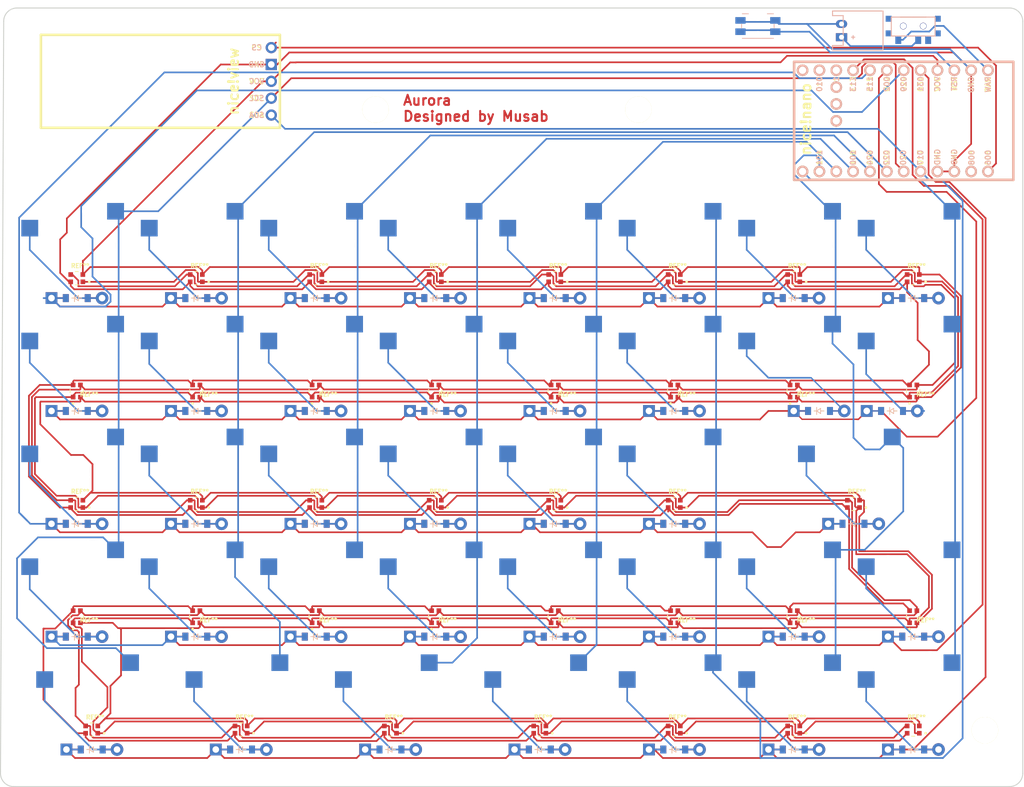
<source format=kicad_pcb>
(kicad_pcb (version 20240108) (generator "pcbnew") (generator_version "8.0")
  (title_block (title "Aurora Keyboard Right") (date "2024-10-16") (rev "v1.0.0") (company "Designed by Musab"))
  (layers (0 "F.Cu" signal) (31 "B.Cu" signal) (34 "B.Paste" user) (35 "F.Paste" user) (36 "B.SilkS" user "B.Silkscreen") (37 "F.SilkS" user "F.Silkscreen") (38 "B.Mask" user) (39 "F.Mask" user) (44 "Edge.Cuts" user))
  (net 0 "")
  (net 1 "one_top")
  (net 2 "P020")
  (net 3 "one_num")
  (net 4 "two_top")
  (net 5 "P022")
  (net 6 "two_num")
  (net 7 "three_top")
  (net 8 "P024")
  (net 9 "three_num")
  (net 10 "four_top")
  (net 11 "P100")
  (net 12 "four_num")
  (net 13 "five_top")
  (net 14 "P011")
  (net 15 "five_num")
  (net 16 "six_top")
  (net 17 "P017")
  (net 18 "six_num")
  (net 19 "seven_top")
  (net 20 "P104")
  (net 21 "seven_num")
  (net 22 "eight_top")
  (net 23 "P106")
  (net 24 "eight_num")
  (net 25 "one_home")
  (net 26 "two_home")
  (net 27 "three_home")
  (net 28 "four_home")
  (net 29 "five_home")
  (net 30 "six_home")
  (net 31 "enter_home")
  (net 32 "one_bottom")
  (net 33 "two_bottom")
  (net 34 "three_bottom")
  (net 35 "four_bottom")
  (net 36 "five_bottom")
  (net 37 "six_bottom")
  (net 38 "seven_bottom")
  (net 39 "eight_bottom")
  (net 40 "space_modrow")
  (net 41 "ctrl_modrow")
  (net 42 "super_modrow")
  (net 43 "alt_modrow")
  (net 44 "left_arrow_modrow")
  (net 45 "down_arrow_modrow")
  (net 46 "right_arrow_modrow")
  (net 47 "P002")
  (net 48 "P029")
  (net 49 "P115")
  (net 50 "P113")
  (net 51 "P031")
  (net 52 "P8")
  (net 53 "VCC")
  (net 54 "P15")
  (net 55 "GND")
  (net 56 "RAW")
  (net 57 "RST")
  (net 58 "P111")
  (net 59 "P010")
  (net 60 "P009")
  (net 61 "P006")
  (net 62 "P008")
  (net 63 "P101")
  (net 64 "P102")
  (net 65 "P107")
  (net 66 "BAT")
  (footprint "E73:SPDT_C128955" (layer "F.Cu") (at 226 50.02)
    (property "Reference" "T1" (hide yes))
    (property "Value" "" (hide yes))
  )
  (footprint "Panasonic_EVQPUL_EVQPUC" (layer "F.Cu") (at 202.6 50.02)
    (property "Reference" "B1" (hide yes))
    (property "Value" "Panasonic_EVQPUL_EVQPUC" (hide yes))
  )
  (footprint "WS2812-2020" (layer "F.Cu") (at 226 88)
    (property "Reference" "REF**")
    (property "Value" "WS2812")
  )
  (footprint "ComboDiode" (layer "F.Cu") (at 118 125)
    (property "Reference" "D18" (hide yes))
    (property "Value" "" (hide yes))
  )
  (footprint "HOLE_M2_TH" (layer "F.Cu") (at 184.6 62.6)
    (property "Reference" "")
    (property "Value" "")
  )
  (footprint "ComboDiode" (layer "F.Cu") (at 136 125)
    (property "Reference" "D19" (hide yes))
    (property "Value" "" (hide yes))
  )
  (footprint "ComboDiode" (layer "F.Cu") (at 118 142)
    (property "Reference" "D25" (hide yes))
    (property "Value" "" (hide yes))
  )
  (footprint "MX" (layer "F.Cu") (at 100 100)
    (property "Reference" "S1" (hide yes))
    (property "Value" "" (hide yes))
  )
  (footprint "MX" (layer "F.Cu") (at 136 117)
    (property "Reference" "S19" (hide yes))
    (property "Value" "" (hide yes))
  )
  (footprint "WS2812-2020" (layer "F.Cu") (at 154 139 -90)
    (property "Reference" "REF**")
    (property "Value" "WS2812")
  )
  (footprint "WS2812-2020" (layer "F.Cu") (at 136 139 -90)
    (property "Reference" "REF**")
    (property "Value" "WS2812")
  )
  (footprint "MX" (layer "F.Cu") (at 136 83)
    (property "Reference" "S6" (hide yes))
    (property "Value" "" (hide yes))
  )
  (footprint "ComboDiode" (layer "F.Cu") (at 211.81 108)
    (property "Reference" "D13" (hide yes))
    (property "Value" "" (hide yes))
  )
  (footprint "MX" (layer "F.Cu") (at 226 134)
    (property "Reference" "S31" (hide yes))
    (property "Value" "" (hide yes))
  )
  (footprint "ComboDiode" (layer "F.Cu") (at 190 91)
    (property "Reference" "D12" (hide yes))
    (property "Value" "" (hide yes))
  )
  (footprint "ComboDiode" (layer "F.Cu") (at 136 142)
    (property "Reference" "D26" (hide yes))
    (property "Value" "" (hide yes))
  )
  (footprint "WS2812-2020" (layer "F.Cu") (at 136 88)
    (property "Reference" "REF**")
    (property "Value" "WS2812")
  )
  (footprint "WS2812-2020" (layer "F.Cu") (at 100 105 -90)
    (property "Reference" "REF**")
    (property "Value" "WS2812")
  )
  (footprint "MX" (layer "F.Cu") (at 208 100)
    (property "Reference" "S13" (hide yes))
    (property "Value" "" (hide yes))
  )
  (footprint "ComboDiode" (layer "F.Cu") (at 172 91)
    (property "Reference" "D10" (hide yes))
    (property "Value" "" (hide yes))
  )
  (footprint "MX" (layer "F.Cu") (at 124.75 151)
    (property "Reference" "S33" (hide yes))
    (property "Value" "" (hide yes))
  )
  (footprint "WS2812-2020" (layer "F.Cu") (at 190 156)
    (property "Reference" "REF**")
    (property "Value" "WS2812")
  )
  (footprint "MX" (layer "F.Cu") (at 226 83)
    (property "Reference" "S16" (hide yes))
    (property "Value" "" (hide yes))
  )
  (footprint "MX" (layer "F.Cu") (at 172 100)
    (property "Reference" "S9" (hide yes))
    (property "Value" "" (hide yes))
  )
  (footprint "WS2812-2020" (layer "F.Cu") (at 226 139 -90)
    (property "Reference" "REF**")
    (property "Value" "WS2812")
  )
  (footprint "WS2812-2020" (layer "F.Cu") (at 136 122)
    (property "Reference" "REF**")
    (property "Value" "WS2812")
  )
  (footprint "MX" (layer "F.Cu") (at 136 100)
    (property "Reference" "S5" (hide yes))
    (property "Value" "" (hide yes))
  )
  (footprint "MX" (layer "F.Cu") (at 190 117)
    (property "Reference" "S22" (hide yes))
    (property "Value" "" (hide yes))
  )
  (footprint "MX" (layer "F.Cu") (at 100 134)
    (property "Reference" "S24" (hide yes))
    (property "Value" "" (hide yes))
  )
  (footprint "WS2812-2020" (layer "F.Cu") (at 118 105 -90)
    (property "Reference" "REF**")
    (property "Value" "WS2812")
  )
  (footprint "WS2812-2020" (layer "F.Cu") (at 172 88)
    (property "Reference" "REF**")
    (property "Value" "WS2812")
  )
  (footprint "ComboDiode" (layer "F.Cu") (at 172 108)
    (property "Reference" "D9" (hide yes))
    (property "Value" "" (hide yes))
  )
  (footprint "MX" (layer "F.Cu") (at 100 117)
    (property "Reference" "S17" (hide yes))
    (property "Value" "" (hide yes))
  )
  (footprint "ComboDiode" (layer "F.Cu") (at 100 91)
    (property "Reference" "D2" (hide yes))
    (property "Value" "" (hide yes))
  )
  (footprint "Button_Switch_Keyboard:SW_Cherry_MX_2.00u_PCB" (layer "F.Cu") (at 219.526041 111.894456)
    (property "Reference" "REF**" (hide yes))
    (property "Value" "SW_Cherry_MX_2.00u_PCB")
  )
  (footprint "WS2812-2020" (layer "F.Cu") (at 217 122)
    (property "Reference" "REF**")
    (property "Value" "WS2812")
  )
  (footprint "MX" (layer "F.Cu") (at 217 117)
    (property "Reference" "S23" (hide yes))
    (property "Value" "" (hide yes))
  )
  (footprint "MX" (layer "F.Cu") (at 190 100)
    (property "Reference" "S11" (hide yes))
    (property "Value" "" (hide yes))
  )
  (footprint "ComboDiode" (layer "F.Cu") (at 222.81 108)
    (property "Reference" "D15" (hide yes))
    (property "Value" "" (hide yes))
  )
  (footprint "MX" (layer "F.Cu") (at 208 83)
    (property "Reference" "S14" (hide yes))
    (property "Value" "" (hide yes))
  )
  (footprint "MX" (layer "F.Cu") (at 208 134)
    (property "Reference" "S30" (hide yes))
    (property "Value" "" (hide yes))
  )
  (footprint "MX" (layer "F.Cu") (at 208 151)
    (property "Reference" "S37" (hide yes))
    (property "Value" "" (hide yes))
  )
  (footprint "MX" (layer "F.Cu") (at 172 83)
    (property "Reference" "S10" (hide yes))
    (property "Value" "" (hide yes))
  )
  (footprint "ComboDiode" (layer "F.Cu") (at 136 108)
    (property "Reference" "D5" (hide yes))
    (property "Value" "" (hide yes))
  )
  (footprint "WS2812-2020" (layer "F.Cu") (at 190 88)
    (property "Reference" "REF**")
    (property "Value" "WS2812")
  )
  (footprint "WS2812-2020" (layer "F.Cu") (at 190 105 -90)
    (property "Reference" "REF**")
    (property "Value" "WS2812")
  )
  (footprint "MX" (layer "F.Cu") (at 190 151)
    (property "Reference" "S36" (hide yes))
    (property "Value" "" (hide yes))
  )
  (footprint "MX" (layer "F.Cu") (at 102.25 151)
    (property "Reference" "S32" (hide yes))
    (property "Value" "" (hide yes))
  )
  (footprint "WS2812-2020" (layer "F.Cu") (at 208 88)
    (property "Reference" "REF**")
    (property "Value" "WS2812")
  )
  (footprint "WS2812-2020" (layer "F.Cu") (at 190 139 -90)
    (property "Reference" "REF**")
    (property "Value" "WS2812")
  )
  (footprint "ComboDiode" (layer "F.Cu") (at 226 159)
    (property "Reference" "D38" (hide yes))
    (property "Value" "" (hide yes))
  )
  (footprint "JST_PH_S2B-PH-K_02x2.00mm_Angled" (layer "F.Cu") (at 215.2 50.7 90)
    (property "Reference" "JST1" (hide yes))
    (property "Value" "" (hide yes))
  )
  (footprint "WS2812-2020" (layer "F.Cu") (at 118 122)
    (property "Reference" "REF**")
    (property "Value" "WS2812")
  )
  (footprint "WS2812-2020" (layer "F.Cu") (at 124.75 156)
    (property "Reference" "REF**")
    (property "Value" "WS2812")
  )
  (footprint "WS2812-2020" (layer "F.Cu") (at 208 156)
    (property "Reference" "REF**")
    (property "Value" "WS2812")
  )
  (footprint "ComboDiode" (layer "F.Cu") (at 172 125)
    (property "Reference" "D21" (hide yes))
    (property "Value" "" (hide yes))
  )
  (footprint "MX" (layer "F.Cu") (at 118 134)
    (property "Reference" "S25" (hide yes))
    (property "Value" "" (hide yes))
  )
  (footprint "ComboDiode" (layer "F.Cu") (at 226 91)
    (property "Reference" "D16" (hide yes))
    (property "Value" "" (hide yes))
  )
  (footprint "HOLE_M2_TH" (layer "F.Cu") (at 236.8 156.1)
    (property "Reference" "")
    (property "Value" "")
  )
  (footprint "MX" (layer "F.Cu") (at 100 83)
    (property "Reference" "S2" (hide yes))
    (property "Value" "" (hide yes))
  )
  (footprint "WS2812-2020" (layer "F.Cu") (at 190 122)
    (property "Reference" "REF**")
    (property "Value" "WS2812")
  )
  (footprint "MX" (layer "F.Cu") (at 118 117)
    (property "Reference" "S18" (hide yes))
    (property "Value" "" (hide yes))
  )
  (footprint "ComboDiode" (layer "F.Cu") (at 100 142)
    (property "Reference" "D24" (hide yes))
    (property "Value" "" (hide yes))
  )
  (footprint "WS2812-2020" (layer "F.Cu") (at 100 88)
    (property "Reference" "REF**")
    (property "Value" "WS2812")
  )
  (footprint "ComboDiode" (layer "F.Cu") (at 100 108)
    (property "Reference" "D1" (hide yes))
    (property "Value" "" (hide yes))
  )
  (footprint "ComboDiode" (layer "F.Cu") (at 190 108)
    (property "Reference" "D11" (hide yes))
    (property "Value" "" (hide yes))
  )
  (footprint "MX" (layer "F.Cu") (at 154 83)
    (property "Reference" "S8" (hide yes))
    (property "Value" "" (hide yes))
  )
  (footprint "ComboDiode" (layer "F.Cu") (at 208 159)
    (property "Reference" "D37" (hide yes))
    (property "Value" "" (hide yes))
  )
  (footprint "MX" (layer "F.Cu") (at 190 134)
    (property "Reference" "S29" (hide yes))
    (property "Value" "" (hide yes))
  )
  (footprint "WS2812-2020" (layer "F.Cu") (at 147.25 156)
    (property "Reference" "REF**")
    (property "Value" "WS2812")
  )
  (footprint "ComboDiode" (layer "F.Cu") (at 154 108)
    (property "Reference" "D7" (hide yes))
    (property "Value" "" (hide yes))
  )
  (footprint "ComboDiode" (layer "F.Cu") (at 147.25 159)
    (property "Reference" "D34" (hide yes))
    (property "Value" "" (hide yes))
  )
  (footprint "ComboDiode" (layer "F.Cu") (at 217 125)
    (property "Reference" "D23" (hide yes))
    (property "Value" "" (hide yes))
  )
  (footprint "WS2812-2020" (layer "F.Cu") (at 154 122)
    (property "Reference" "REF**")
    (property "Value" "WS2812")
  )
  (footprint "MX" (layer "F.Cu") (at 154 100)
    (property "Reference" "S7" (hide yes))
    (property "Value" "" (hide yes))
  )
  (footprint "WS2812-2020" (layer "F.Cu") (at 208 105 -90)
    (property "Reference" "REF**")
    (property "Value" "WS2812")
  )
  (footprint "ComboDiode" (layer "F.Cu") (at 124.75 159)
    (property "Reference" "D33" (hide yes))
    (property "Value" "" (hide yes))
  )
  (footprint "WS2812-2020" (layer "F.Cu") (at 154 88)
    (property "Reference" "REF**")
    (property "Value" "WS2812")
  )
  (footprint "ComboDiode" (layer "F.Cu") (at 154 91)
    (property "Reference" "D8" (hide yes))
    (property "Value" "" (hide yes))
  )
  (footprint "ComboDiode" (layer "F.Cu") (at 190 125)
    (property "Reference" "D22" (hide yes))
    (property "Value" "" (hide yes))
  )
  (footprint "WS2812-2020" (layer "F.Cu") (at 100 139 -90)
    (property "Reference" "REF**")
    (property "Value" "WS2812")
  )
  (footprint "MX" (layer "F.Cu") (at 136 134)
    (property "Reference" "S26" (hide yes))
    (property "Value" "" (hide yes))
  )
  (footprint "WS2812-2020" (layer "F.Cu") (at 102.25 156)
    (property "Reference" "REF**")
    (property "Value" "WS2812")
  )
  (footprint "MX" (layer "F.Cu") (at 147.25 151)
    (property "Reference" "S34" (hide yes))
    (property "Value" "" (hide yes))
  )
  (footprint "MX" (layer "F.Cu") (at 226 151)
    (property "Reference" "S38" (hide yes))
    (property "Value" "" (hide yes))
  )
  (footprint "ComboDiode" (layer "F.Cu") (at 169.75 159)
    (property "Reference" "D35" (hide yes))
    (property "Value" "" (hide yes))
  )
  (footprint "nice_nano" (layer "F.Cu") (at 223.3 64.3 180)
    (property "Reference" "MCU1" (hide yes))
    (property "Value" "nice_nano" (hide yes))
  )
  (footprint "WS2812-2020" (layer "F.Cu") (at 118 139 -90)
    (property "Reference" "REF**")
    (property "Value" "WS2812")
  )
  (footprint "MX" (layer "F.Cu") (at 154 117)
    (property "Reference" "S20" (hide yes))
    (property "Value" "" (hide yes))
  )
  (footprint "MX" (layer "F.Cu") (at 118 83)
    (property "Reference" "S4" (hide yes))
    (property "Value" "" (hide yes))
  )
  (footprint "ComboDiode" (layer "F.Cu") (at 208 91)
    (property "Reference" "D14" (hide yes))
    (property "Value" "" (hide yes))
  )
  (footprint "ComboDiode" (layer "F.Cu") (at 208 142)
    (property "Reference" "D30" (hide yes))
    (property "Value" "" (hide yes))
  )
  (footprint "ComboDiode" (layer "F.Cu") (at 154 142)
    (property "Reference" "D27" (hide yes))
    (property "Value" "" (hide yes))
  )
  (footprint "MX" (layer "F.Cu") (at 226 100)
    (property "Reference" "S15" (hide yes))
    (property "Value" "" (hide yes))
  )
  (footprint "WS2812-2020" (layer "F.Cu") (at 169.75 156)
    (property "Reference" "REF**")
    (property "Value" "WS2812")
  )
  (footprint "ComboDiode" (layer "F.Cu") (at 136 91)
    (property "Reference" "D6" (hide yes))
    (property "Value" "" (hide yes))
  )
  (footprint "MX" (layer "F.Cu") (at 118 100)
    (property "Reference" "S3" (hide yes))
    (property "Value" "" (hide yes))
  )
  (footprint "WS2812-2020" (layer "F.Cu") (at 154 105 -90)
    (property "Reference" "REF**")
    (property "Value" "WS2812")
  )
  (footprint "MX" (layer "F.Cu") (at 190 83)
    (property "Reference" "S12" (hide yes))
    (property "Value" "" (hide yes))
  )
  (footprint "WS2812-2020" (layer "F.Cu") (at 100 122)
    (property "Reference" "REF**")
    (property "Value" "WS2812")
  )
  (footprint "WS2812-2020" (layer "F.Cu") (at 208 139 -90)
    (property "Reference" "REF**")
    (property "Value" "WS2812")
  )
  (footprint "WS2812-2020" (layer "F.Cu") (at 136 105 -90)
    (property "Reference" "REF**")
    (property "Value" "WS2812")
  )
  (footprint "WS2812-2020" (layer "F.Cu") (at 172 122)
    (property "Reference" "REF**")
    (property "Value" "WS2812")
  )
  (footprint "WS2812-2020" (layer "F.Cu") (at 172 105 -90)
    (property "Reference" "REF**")
    (property "Value" "WS2812")
  )
  (footprint "WS2812-2020" (layer "F.Cu") (at 226 105 -90)
    (property "Reference" "REF**")
    (property "Value" "WS2812")
  )
  (footprint "MX" (layer "F.Cu") (at 172 134)
    (property "Reference" "S28" (hide yes))
    (property "Value" "" (hide yes))
  )
  (footprint "ComboDiode" (layer "F.Cu") (at 118 108)
    (property "Reference" "D3" (hide yes))
    (property "Value" "" (hide yes))
  )
  (footprint "ComboDiode" (layer "F.Cu") (at 100 125)
    (property "Reference" "D17" (hide yes))
    (property "Value" "" (hide yes))
  )
  (footprint "WS2812-2020" (layer "F.Cu") (at 118 88)
    (property "Reference" "REF**")
    (property "Value" "WS2812")
  )
  (footprint "WS2812-2020" (layer "F.Cu") (at 226 156)
    (property "Reference" "REF**")
    (property "Value" "WS2812")
  )
  (footprint "ComboDiode" (layer "F.Cu") (at 102.25 159)
    (property "Reference" "D32" (hide yes))
    (property "Value" "" (hide yes))
  )
  (footprint "lib:niceView_headers" (layer "F.Cu") (at 130.6 58.35 180)
    (property "Reference" "niceView1" (hide yes))
    (property "Value" "niceView" (hide yes))
  )
  (footprint "MX" (layer "F.Cu") (at 172 117)
    (property "Reference" "S21" (hide yes))
    (property "Value" "" (hide yes))
  )
  (footprint "ComboDiode" (layer "F.Cu") (at 226 142)
    (property "Reference" "D31" (hide yes))
    (property "Value" "" (hide yes))
  )
  (footprint "WS2812-2020" (layer "F.Cu") (at 172 139 -90)
    (property "Reference" "REF**")
    (property "Value" "WS2812")
  )
  (footprint "ComboDiode" (layer "F.Cu") (at 190 159)
    (property "Reference" "D36" (hide yes))
    (property "Value" "" (hide yes))
  )
  (footprint "MX" (layer "F.Cu") (at 169.75 151)
    (property "Reference" "S35" (hide yes))
    (property "Value" "" (hide yes))
  )
  (footprint "HOLE_M2_TH" (layer "F.Cu") (at 145 62.6)
    (property "Reference" "")
    (property "Value" "")
  )
  (footprint "ComboDiode" (layer "F.Cu") (at 172 142)
    (property "Reference" "D28" (hide yes))
    (property "Value" "" (hide yes))
  )
  (footprint "ComboDiode" (layer "F.Cu") (at 154 125)
    (property "Reference" "D20" (hide yes))
    (property "Value" "" (hide yes))
  )
  (footprint "MX" (layer "F.Cu") (at 154 134)
    (property "Reference" "S27" (hide yes))
    (property "Value" "" (hide yes))
  )
  (footprint "ComboDiode" (layer "F.Cu") (at 118 91)
    (property "Reference" "D4" (hide yes))
    (property "Value" "" (hide yes))
  )
  (footprint "ComboDiode" (layer "F.Cu") (at 190 142)
    (property "Reference" "D29" (hide yes))
    (property "Value" "" (hide yes))
  )
  (gr_line (start 240.5 164.588886) (end 90.508776 164.588886) (stroke (width 0.15)) (layer "Edge.Cuts"))
  (gr_line (start 88.508795 162.58013) (end 88.991282 49.291244) (stroke (width 0.15)) (layer "Edge.Cuts"))
  (gr_arc (start 242.5 162.588886) (mid 241.914214 164.0031) (end 240.5 164.588886) (stroke (width 0.15)) (layer "Edge.Cuts"))
  (gr_line (start 90.991263 47.3) (end 240.5 47.3) (stroke (width 0.15)) (layer "Edge.Cuts"))
  (gr_line (start 242.5 49.3) (end 242.5 162.588886) (stroke (width 0.15)) (layer "Edge.Cuts"))
  (gr_arc (start 240.5 47.3) (mid 241.914214 47.885786) (end 242.5 49.3) (stroke (width 0.15)) (layer "Edge.Cuts"))
  (gr_arc (start 90.508776 164.588886) (mid 89.091486 163.999992) (end 88.508795 162.58013) (stroke (width 0.15)) (layer "Edge.Cuts"))
  (gr_arc (start 88.991282 49.291244) (mid 89.580148 47.882694) (end 90.991263 47.3) (stroke (width 0.15)) (layer "Edge.Cuts"))
  (gr_text "Aurora\nDesigned by Musab" (at 149 64.5 0) (layer "F.Cu") (effects (font (size 1.5 1.5) (thickness 0.3) (bold yes)) (justify left bottom)))
  (segment (start 101.65 108) (end 103.81 108) (width 0.25) (layer "F.Cu") (net 1))
  (segment (start 100.185 108) (end 101.65 108) (width 0.25) (layer "B.Cu") (net 1))
  (segment (start 101.65 108) (end 103.81 108) (width 0.25) (layer "B.Cu") (net 1))
  (segment (start 92.915 100.73) (end 100.185 108) (width 0.25) (layer "B.Cu") (net 1))
  (segment (start 92.915 97.46) (end 92.915 100.73) (width 0.25) (layer "B.Cu") (net 1))
  (segment (start 132.3087 57.8813) (end 217.584995 57.8813) (width 0.25) (layer "F.Cu") (net 2))
  (segment (start 217.584995 57.8813) (end 218.2887 57.177595) (width 0.25) (layer "F.Cu") (net 2))
  (segment (start 218.2887 56.182405) (end 218.992405 55.4787) (width 0.25) (layer "F.Cu") (net 2))
  (segment (start 218.992405 55.4787) (end 222.9787 55.4787) (width 0.25) (layer "F.Cu") (net 2))
  (segment (start 223.3687 55.8687) (end 223.3687 70.7187) (width 0.25) (layer "F.Cu") (net 2))
  (segment (start 218.2887 57.177595) (end 218.2887 56.182405) (width 0.25) (layer "F.Cu") (net 2))
  (segment (start 129.3 60.89) (end 132.3087 57.8813) (width 0.25) (layer "F.Cu") (net 2))
  (segment (start 223.3687 70.7187) (end 224.57 71.92) (width 0.25) (layer "F.Cu") (net 2))
  (segment (start 222.9787 55.4787) (end 223.3687 55.8687) (width 0.25) (layer "F.Cu") (net 2))
  (segment (start 105.842 77.92) (end 112.27 77.92) (width 0.25) (layer "B.Cu") (net 2))
  (segment (start 106.3059 111.4561) (end 106.3059 95.3839) (width 0.25) (layer "B.Cu") (net 2))
  (segment (start 105.842 111.92) (end 106.3059 111.4561) (width 0.25) (layer "B.Cu") (net 2))
  (segment (start 95.4895 143.7275) (end 91 139.238) (width 0.25) (layer "B.Cu") (net 2))
  (segment (start 105.842 94.92) (end 106.3059 94.4561) (width 0.25) (layer "B.Cu") (net 2))
  (segment (start 106.3059 94.4561) (end 106.3059 78.3839) (width 0.25) (layer "B.Cu") (net 2))
  (segment (start 103.967 127.045) (end 105.842 128.92) (width 0.25) (layer "B.Cu") (net 2))
  (segment (start 105.8995 143.7275) (end 95.4895 143.7275) (width 0.25) (layer "B.Cu") (net 2))
  (segment (start 94.155 127.045) (end 103.967 127.045) (width 0.25) (layer "B.Cu") (net 2))
  (segment (start 105.842 128.92) (end 106.3059 128.4561) (width 0.25) (layer "B.Cu") (net 2))
  (segment (start 108.092 145.92) (end 105.8995 143.7275) (width 0.25) (layer "B.Cu") (net 2))
  (segment (start 91 130.2) (end 94.155 127.045) (width 0.25) (layer "B.Cu") (net 2))
  (segment (start 112.27 77.92) (end 129.3 60.89) (width 0.25) (layer "B.Cu") (net 2))
  (segment (start 106.3059 128.4561) (end 106.3059 112.3839) (width 0.25) (layer "B.Cu") (net 2))
  (segment (start 106.3059 112.3839) (end 105.842 111.92) (width 0.25) (layer "B.Cu") (net 2))
  (segment (start 106.3059 78.3839) (end 105.842 77.92) (width 0.25) (layer "B.Cu") (net 2))
  (segment (start 106.3059 95.3839) (end 105.842 94.92) (width 0.25) (layer "B.Cu") (net 2))
  (segment (start 91 139.238) (end 91 130.2) (width 0.25) (layer "B.Cu") (net 2))
  (segment (start 101.65 91) (end 103.81 91) (width 0.25) (layer "F.Cu") (net 3))
  (segment (start 92.915 80.46) (end 92.915 83.73) (width 0.25) (layer "B.Cu") (net 3))
  (segment (start 100.185 91) (end 101.65 91) (width 0.25) (layer "B.Cu") (net 3))
  (segment (start 101.65 91) (end 103.81 91) (width 0.25) (layer "B.Cu") (net 3))
  (segment (start 92.915 83.73) (end 100.185 91) (width 0.25) (layer "B.Cu") (net 3))
  (segment (start 119.65 108) (end 121.81 108) (width 0.25) (layer "F.Cu") (net 4))
  (segment (start 110.915 100.915) (end 118 108) (width 0.25) (layer "B.Cu") (net 4))
  (segment (start 118 108) (end 119.65 108) (width 0.25) (layer "B.Cu") (net 4))
  (segment (start 110.915 97.46) (end 110.915 100.915) (width 0.25) (layer "B.Cu") (net 4))
  (segment (start 119.65 108) (end 121.81 108) (width 0.25) (layer "B.Cu") (net 4))
  (segment (start 124.3059 95.3839) (end 124.3059 111.4561) (width 0.25) (layer "B.Cu") (net 5))
  (segment (start 123.842 94.92) (end 124.3059 95.3839) (width 0.25) (layer "B.Cu") (net 5))
  (segment (start 216.11 66) (end 222.03 71.92) (width 0.25) (layer "B.Cu") (net 5))
  (segment (start 124.3059 112.3839) (end 124.3059 128.4561) (width 0.25) (layer "B.Cu") (net 5))
  (segment (start 124.3059 94.4561) (end 123.842 94.92) (width 0.25) (layer "B.Cu") (net 5))
  (segment (start 124.3059 128.4561) (end 123.842 128.92) (width 0.25) (layer "B.Cu") (net 5))
  (segment (start 135.762 66) (end 216.11 66) (width 0.25) (layer "B.Cu") (net 5))
  (segment (start 123.842 128.92) (end 123.842 133.028316) (width 0.25) (layer "B.Cu") (net 5))
  (segment (start 123.842 111.92) (end 124.3059 112.3839) (width 0.25) (layer "B.Cu") (net 5))
  (segment (start 123.842 133.028316) (end 130.592 139.778316) (width 0.25) (layer "B.Cu") (net 5))
  (segment (start 130.592 139.778316) (end 130.592 145.92) (width 0.25) (layer "B.Cu") (net 5))
  (segment (start 123.842 77.92) (end 135.762 66) (width 0.25) (layer "B.Cu") (net 5))
  (segment (start 123.842 77.92) (end 124.3059 78.3839) (width 0.25) (layer "B.Cu") (net 5))
  (segment (start 124.3059 111.4561) (end 123.842 111.92) (width 0.25) (layer "B.Cu") (net 5))
  (segment (start 124.3059 78.3839) (end 124.3059 94.4561) (width 0.25) (layer "B.Cu") (net 5))
  (segment (start 119.65 91) (end 121.81 91) (width 0.25) (layer "F.Cu") (net 6))
  (segment (start 110.915 83.73) (end 118.185 91) (width 0.25) (layer "B.Cu") (net 6))
  (segment (start 110.915 80.46) (end 110.915 83.73) (width 0.25) (layer "B.Cu") (net 6))
  (segment (start 118.185 91) (end 119.65 91) (width 0.25) (layer "B.Cu") (net 6))
  (segment (start 119.65 91) (end 121.81 91) (width 0.25) (layer "B.Cu") (net 6))
  (segment (start 137.65 108) (end 139.81 108) (width 0.25) (layer "F.Cu") (net 7))
  (segment (start 128.915 97.46) (end 128.915 100.73) (width 0.25) (layer "B.Cu") (net 7))
  (segment (start 128.915 100.73) (end 136.185 108) (width 0.25) (layer "B.Cu") (net 7))
  (segment (start 136.185 108) (end 137.65 108) (width 0.25) (layer "B.Cu") (net 7))
  (segment (start 137.65 108) (end 139.81 108) (width 0.25) (layer "B.Cu") (net 7))
  (segment (start 153.262 66.5) (end 214.07 66.5) (width 0.25) (layer "B.Cu") (net 8))
  (segment (start 141.842 77.92) (end 153.262 66.5) (width 0.25) (layer "B.Cu") (net 8))
  (segment (start 142.3059 78.3839) (end 141.842 77.92) (width 0.25) (layer "B.Cu") (net 8))
  (segment (start 141.842 128.92) (end 142.3059 128.4561) (width 0.25) (layer "B.Cu") (net 8))
  (segment (start 141.842 94.92) (end 142.3059 94.4561) (width 0.25) (layer "B.Cu") (net 8))
  (segment (start 142.3059 111.4561) (end 142.3059 95.3839) (width 0.25) (layer "B.Cu") (net 8))
  (segment (start 142.3059 128.4561) (end 142.3059 112.3839) (width 0.25) (layer "B.Cu") (net 8))
  (segment (start 141.842 111.92) (end 142.3059 111.4561) (width 0.25) (layer "B.Cu") (net 8))
  (segment (start 214.07 66.5) (end 219.49 71.92) (width 0.25) (layer "B.Cu") (net 8))
  (segment (start 142.3059 94.4561) (end 142.3059 78.3839) (width 0.25) (layer "B.Cu") (net 8))
  (segment (start 142.3059 112.3839) (end 141.842 111.92) (width 0.25) (layer "B.Cu") (net 8))
  (segment (start 142.3059 95.3839) (end 141.842 94.92) (width 0.25) (layer "B.Cu") (net 8))
  (segment (start 137.65 91) (end 139.81 91) (width 0.25) (layer "F.Cu") (net 9))
  (segment (start 137.65 91) (end 139.81 91) (width 0.25) (layer "B.Cu") (net 9))
  (segment (start 136.185 91) (end 137.65 91) (width 0.25) (layer "B.Cu") (net 9))
  (segment (start 128.915 83.73) (end 136.185 91) (width 0.25) (layer "B.Cu") (net 9))
  (segment (start 128.915 80.46) (end 128.915 83.73) (width 0.25) (layer "B.Cu") (net 9))
  (segment (start 155.65 108) (end 157.81 108) (width 0.25) (layer "F.Cu") (net 10))
  (segment (start 146.915 97.46) (end 146.915 100.73) (width 0.25) (layer "B.Cu") (net 10))
  (segment (start 146.915 100.73) (end 154.185 108) (width 0.25) (layer "B.Cu") (net 10))
  (segment (start 155.65 108) (end 157.81 108) (width 0.25) (layer "B.Cu") (net 10))
  (segment (start 154.185 108) (end 155.65 108) (width 0.25) (layer "B.Cu") (net 10))
  (segment (start 160.3059 94.4561) (end 159.842 94.92) (width 0.25) (layer "B.Cu") (net 11))
  (segment (start 159.842 111.92) (end 160.3059 112.3839) (width 0.25) (layer "B.Cu") (net 11))
  (segment (start 160.3059 128.4561) (end 159.842 128.92) (width 0.25) (layer "B.Cu") (net 11))
  (segment (start 160.3059 78.3839) (end 160.3059 94.4561) (width 0.25) (layer "B.Cu") (net 11))
  (segment (start 159.842 77.92) (end 170.762 67) (width 0.25) (layer "B.Cu") (net 11))
  (segment (start 159.842 77.92) (end 160.3059 78.3839) (width 0.25) (layer "B.Cu") (net 11))
  (segment (start 160.3059 142.1941) (end 156.58 145.92) (width 0.25) (layer "B.Cu") (net 11))
  (segment (start 160.3059 111.4561) (end 159.842 111.92) (width 0.25) (layer "B.Cu") (net 11))
  (segment (start 159.842 128.92) (end 160.3059 129.3839) (width 0.25) (layer "B.Cu") (net 11))
  (segment (start 159.842 94.92) (end 160.3059 95.3839) (width 0.25) (layer "B.Cu") (net 11))
  (segment (start 160.3059 112.3839) (end 160.3059 128.4561) (width 0.25) (layer "B.Cu") (net 11))
  (segment (start 160.3059 129.3839) (end 160.3059 142.1941) (width 0.25) (layer "B.Cu") (net 11))
  (segment (start 212.03 67) (end 216.95 71.92) (width 0.25) (layer "B.Cu") (net 11))
  (segment (start 170.762 67) (end 212.03 67) (width 0.25) (layer "B.Cu") (net 11))
  (segment (start 156.58 145.92) (end 153.092 145.92) (width 0.25) (layer "B.Cu") (net 11))
  (segment (start 160.3059 95.3839) (end 160.3059 111.4561) (width 0.25) (layer "B.Cu") (net 11))
  (segment (start 155.65 91) (end 157.81 91) (width 0.25) (layer "F.Cu") (net 12))
  (segment (start 154.185 91) (end 155.65 91) (width 0.25) (layer "B.Cu") (net 12))
  (segment (start 155.65 91) (end 157.81 91) (width 0.25) (layer "B.Cu") (net 12))
  (segment (start 146.915 83.73) (end 154.185 91) (width 0.25) (layer "B.Cu") (net 12))
  (segment (start 146.915 80.46) (end 146.915 83.73) (width 0.25) (layer "B.Cu") (net 12))
  (segment (start 173.65 108) (end 175.81 108) (width 0.25) (layer "F.Cu") (net 13))
  (segment (start 172.185 108) (end 173.65 108) (width 0.25) (layer "B.Cu") (net 13))
  (segment (start 164.915 100.73) (end 172.185 108) (width 0.25) (layer "B.Cu") (net 13))
  (segment (start 173.65 108) (end 175.81 108) (width 0.25) (layer "B.Cu") (net 13))
  (segment (start 164.915 97.46) (end 164.915 100.73) (width 0.25) (layer "B.Cu") (net 13))
  (segment (start 178.3059 143.2061) (end 178.3059 129.3839) (width 0.25) (layer "B.Cu") (net 14))
  (segment (start 177.842 94.92) (end 178.3059 94.4561) (width 0.25) (layer "B.Cu") (net 14))
  (segment (start 178.3059 111.4561) (end 178.3059 95.3839) (width 0.25) (layer "B.Cu") (net 14))
  (segment (start 188.312 67.45) (end 209.94 67.45) (width 0.25) (layer "B.Cu") (net 14))
  (segment (start 177.842 111.92) (end 178.3059 111.4561) (width 0.25) (layer "B.Cu") (net 14))
  (segment (start 178.3059 95.3839) (end 177.842 94.92) (width 0.25) (layer "B.Cu") (net 14))
  (segment (start 178.3059 128.4561) (end 178.3059 112.3839) (width 0.25) (layer "B.Cu") (net 14))
  (segment (start 175.592 145.92) (end 178.3059 143.2061) (width 0.25) (layer "B.Cu") (net 14))
  (segment (start 178.3059 129.3839) (end 177.842 128.92) (width 0.25) (layer "B.Cu") (net 14))
  (segment (start 178.3059 94.4561) (end 178.3059 78.3839) (width 0.25) (layer "B.Cu") (net 14))
  (segment (start 177.842 128.92) (end 178.3059 128.4561) (width 0.25) (layer "B.Cu") (net 14))
  (segment (start 178.3059 78.3839) (end 177.842 77.92) (width 0.25) (layer "B.Cu") (net 14))
  (segment (start 178.3059 112.3839) (end 177.842 111.92) (width 0.25) (layer "B.Cu") (net 14))
  (segment (start 177.842 77.92) (end 188.312 67.45) (width 0.25) (layer "B.Cu") (net 14))
  (segment (start 209.94 67.45) (end 214.41 71.92) (width 0.25) (layer "B.Cu") (net 14))
  (segment (start 173.65 91) (end 175.81 91) (width 0.25) (layer "F.Cu") (net 15))
  (segment (start 164.915 80.46) (end 164.915 83.73) (width 0.25) (layer "B.Cu") (net 15))
  (segment (start 164.915 83.73) (end 172.185 91) (width 0.25) (layer "B.Cu") (net 15))
  (segment (start 172.185 91) (end 173.65 91) (width 0.25) (layer "B.Cu") (net 15))
  (segment (start 173.65 91) (end 175.81 91) (width 0.25) (layer "B.Cu") (net 15))
  (segment (start 191.65 108) (end 193.81 108) (width 0.25) (layer "F.Cu") (net 16))
  (segment (start 182.915 100.73) (end 190.185 108) (width 0.25) (layer "B.Cu") (net 16))
  (segment (start 182.915 97.46) (end 182.915 100.73) (width 0.25) (layer "B.Cu") (net 16))
  (segment (start 191.65 108) (end 193.81 108) (width 0.25) (layer "B.Cu") (net 16))
  (segment (start 190.185 108) (end 191.65 108) (width 0.25) (layer "B.Cu") (net 16))
  (segment (start 202.976 154.554) (end 202.976 160.214) (width 0.25) (layer "B.Cu") (net 17))
  (segment (start 196.3059 128.4561) (end 195.842 128.92) (width 0.25) (layer "B.Cu") (net 17))
  (segment (start 196.3059 145.4561) (end 195.842 145.92) (width 0.25) (layer "B.Cu") (net 17))
  (segment (start 230.4775 160.2775) (end 233.442 157.313) (width 0.25) (layer "B.Cu") (net 17))
  (segment (start 195.842 145.92) (end 195.842 147.42) (width 0.25) (layer "B.Cu") (net 17))
  (segment (start 195.842 147.42) (end 202.976 154.554) (width 0.25) (layer "B.Cu") (net 17))
  (segment (start 230.317802 73.220802) (end 228.410802 73.220802) (width 0.25) (layer "B.Cu") (net 17))
  (segment (start 196.3059 112.3839) (end 196.3059 128.4561) (width 0.25) (layer "B.Cu") (net 17))
  (segment (start 196.3059 94.4561) (end 195.842 94.92) (width 0.25) (layer "B.Cu") (net 17))
  (segment (start 227.11 71.92) (end 220.6913 65.5013) (width 0.25) (layer "B.Cu") (net 17))
  (segment (start 195.842 94.92) (end 196.3059 95.3839) (width 0.25) (layer "B.Cu") (net 17))
  (segment (start 202.976 160.214) (end 203.0395 160.2775) (width 0.25) (layer "B.Cu") (net 17))
  (segment (start 195.842 111.92) (end 196.3059 112.3839) (width 0.25) (layer "B.Cu") (net 17))
  (segment (start 233.442 76.345) (end 230.317802 73.220802) (width 0.25) (layer "B.Cu") (net 17))
  (segment (start 131.3713 65.5013) (end 129.3 63.43) (width 0.25) (layer "B.Cu") (net 17))
  (segment (start 220.6913 65.5013) (end 131.3713 65.5013) (width 0.25) (layer "B.Cu") (net 17))
  (segment (start 228.410802 73.220802) (end 227.11 71.92) (width 0.25) (layer "B.Cu") (net 17))
  (segment (start 196.3059 78.3839) (end 196.3059 94.4561) (width 0.25) (layer "B.Cu") (net 17))
  (segment (start 196.3059 95.3839) (end 196.3059 111.4561) (width 0.25) (layer "B.Cu") (net 17))
  (segment (start 233.442 157.313) (end 233.442 76.345) (width 0.25) (layer "B.Cu") (net 17))
  (segment (start 195.842 77.92) (end 196.3059 78.3839) (width 0.25) (layer "B.Cu") (net 17))
  (segment (start 203.0395 160.2775) (end 230.4775 160.2775) (width 0.25) (layer "B.Cu") (net 17))
  (segment (start 195.842 128.92) (end 196.3059 129.3839) (width 0.25) (layer "B.Cu") (net 17))
  (segment (start 196.3059 111.4561) (end 195.842 111.92) (width 0.25) (layer "B.Cu") (net 17))
  (segment (start 196.3059 129.3839) (end 196.3059 145.4561) (width 0.25) (layer "B.Cu") (net 17))
  (segment (start 191.65 91) (end 193.81 91) (width 0.25) (layer "F.Cu") (net 18))
  (segment (start 182.915 83.73) (end 190.185 91) (width 0.25) (layer "B.Cu") (net 18))
  (segment (start 191.65 91) (end 193.81 91) (width 0.25) (layer "B.Cu") (net 18))
  (segment (start 182.915 80.46) (end 182.915 83.73) (width 0.25) (layer "B.Cu") (net 18))
  (segment (start 190.185 91) (end 191.65 91) (width 0.25) (layer "B.Cu") (net 18))
  (segment (start 213.46 108) (end 215.62 108) (width 0.2) (layer "F.Cu") (net 19))
  (segment (start 210.62 103) (end 210.5 103) (width 0.2) (layer "B.Cu") (net 19))
  (segment (start 200.915 97.46) (end 200.915 99.728684) (width 0.25) (layer "B.Cu") (net 19))
  (segment (start 213.46 108) (end 215.62 108) (width 0.2) (layer "B.Cu") (net 19))
  (segment (start 204.186316 103) (end 210.5 103) (width 0.25) (layer "B.Cu") (net 19))
  (segment (start 200.915 99.728684) (end 204.186316 103) (width 0.25) (layer "B.Cu") (net 19))
  (segment (start 215.62 108) (end 210.62 103) (width 0.2) (layer "B.Cu") (net 19))
  (segment (start 214.3059 78.3839) (end 213.842 77.92) (width 0.25) (layer "B.Cu") (net 20))
  (segment (start 220.967 113.795) (end 222.842 111.92) (width 0.25) (layer "B.Cu") (net 20))
  (segment (start 208.1287 72.417595) (end 208.1287 70.8713) (width 0.25) (layer "B.Cu") (net 20))
  (segment (start 213.842 145.92) (end 214.3059 145.4561) (width 0.25) (layer "B.Cu") (net 20))
  (segment (start 209.5 69.5) (end 211.353604 69.5) (width 0.25) (layer "B.Cu") (net 20))
  (segment (start 213.842 97.842) (end 213.842 94.92) (width 0.25) (layer "B.Cu") (net 20))
  (segment (start 211.353604 69.5) (end 211.87 70.016396) (width 0.25) (layer "B.Cu") (net 20))
  (segment (start 224.5 123.116658) (end 224.5 113.578) (width 0.25) (layer "B.Cu") (net 20))
  (segment (start 213.842 94.92) (end 214.3059 94.4561) (width 0.25) (layer "B.Cu") (net 20))
  (segment (start 214.3059 129.3839) (end 213.842 128.92) (width 0.25) (layer "B.Cu") (net 20))
  (segment (start 213.631105 77.92) (end 208.1287 72.417595) (width 0.25) (layer "B.Cu") (net 20))
  (segment (start 218.696658 128.92) (end 224.5 123.116658) (width 0.25) (layer "B.Cu") (net 20))
  (segment (start 211.87 70.016396) (end 211.87 71.92) (width 0.25) (layer "B.Cu") (net 20))
  (segment (start 218.76335 113.795) (end 220.967 113.795) (width 0.25) (layer "B.Cu") (net 20))
  (segment (start 214.3059 94.4561) (end 214.3059 78.3839) (width 0.25) (layer "B.Cu") (net 20))
  (segment (start 217 112.03165) (end 218.76335 113.795) (width 0.25) (layer "B.Cu") (net 20))
  (segment (start 214.3059 145.4561) (end 214.3059 129.3839) (width 0.25) (layer "B.Cu") (net 20))
  (segment (start 224.5 113.578) (end 222.842 111.92) (width 0.25) (layer "B.Cu") (net 20))
  (segment (start 213.842 77.92) (end 213.631105 77.92) (width 0.25) (layer "B.Cu") (net 20))
  (segment (start 208.1287 70.8713) (end 209.5 69.5) (width 0.25) (layer "B.Cu") (net 20))
  (segment (start 217 101) (end 217 112.03165) (width 0.25) (layer "B.Cu") (net 20))
  (segment (start 217 101) (end 213.842 97.842) (width 0.25) (layer "B.Cu") (net 20))
  (segment (start 213.842 128.92) (end 218.696658 128.92) (width 0.25) (layer "B.Cu") (net 20))
  (segment (start 209.65 91) (end 211.81 91) (width 0.25) (layer "F.Cu") (net 21))
  (segment (start 200.915 83.73) (end 208.185 91) (width 0.25) (layer "B.Cu") (net 21))
  (segment (start 209.65 91) (end 211.81 91) (width 0.25) (layer "B.Cu") (net 21))
  (segment (start 200.915 80.46) (end 200.915 83.73) (width 0.25) (layer "B.Cu") (net 21))
  (segment (start 208.185 91) (end 209.65 91) (width 0.25) (layer "B.Cu") (net 21))
  (segment (start 224.46 108) (end 226.62 108) (width 0.2) (layer "F.Cu") (net 22))
  (segment (start 218.915 97.46) (end 218.915 102.455) (width 0.25) (layer "B.Cu") (net 22))
  (segment (start 226.185 108) (end 227.65 108) (width 0.25) (layer "B.Cu") (net 22))
  (segment (start 218.915 102.455) (end 224.46 108) (width 0.25) (layer "B.Cu") (net 22))
  (segment (start 224.46 108) (end 226.62 108) (width 0.2) (layer "B.Cu") (net 22))
  (segment (start 232.3059 129.3839) (end 231.842 128.92) (width 0.25) (layer "B.Cu") (net 23))
  (segment (start 232.3059 128.4561) (end 232.3059 95.3839) (width 0.25) (layer "B.Cu") (net 23))
  (segment (start 232.3059 95.3839) (end 231.842 94.92) (width 0.25) (layer "B.Cu") (net 23))
  (segment (start 231.842 77.92) (end 227.0433 73.1213) (width 0.25) (layer "B.Cu") (net 23))
  (segment (start 231.842 128.92) (end 232.3059 128.4561) (width 0.25) (layer "B.Cu") (net 23))
  (segment (start 231.842 94.92) (end 232.3059 94.4561) (width 0.25) (layer "B.Cu") (net 23))
  (segment (start 232.3059 145.4561) (end 232.3059 129.3839) (width 0.25) (layer "B.Cu") (net 23))
  (segment (start 232.3059 78.3839) (end 231.842 77.92) (width 0.25) (layer "B.Cu") (net 23))
  (segment (start 210.5313 73.1213) (end 209.33 71.92) (width 0.25) (layer "B.Cu") (net 23))
  (segment (start 227.0433 73.1213) (end 210.5313 73.1213) (width 0.25) (layer "B.Cu") (net 23))
  (segment (start 231.842 145.92) (end 232.3059 145.4561) (width 0.25) (layer "B.Cu") (net 23))
  (segment (start 232.3059 94.4561) (end 232.3059 78.3839) (width 0.25) (layer "B.Cu") (net 23))
  (segment (start 227.65 91) (end 229.81 91) (width 0.25) (layer "F.Cu") (net 24))
  (segment (start 218.915 80.46) (end 218.915 83.73) (width 0.25) (layer "B.Cu") (net 24))
  (segment (start 218.915 83.73) (end 226.185 91) (width 0.25) (layer "B.Cu") (net 24))
  (segment (start 227.65 91) (end 229.81 91) (width 0.25) (layer "B.Cu") (net 24))
  (segment (start 226.185 91) (end 227.65 91) (width 0.25) (layer "B.Cu") (net 24))
  (segment (start 101.65 125) (end 103.81 125) (width 0.25) (layer "F.Cu") (net 25))
  (segment (start 101.65 125) (end 103.81 125) (width 0.25) (layer "B.Cu") (net 25))
  (segment (start 92.915 117.73) (end 100.185 125) (width 0.25) (layer "B.Cu") (net 25))
  (segment (start 92.915 114.46) (end 92.915 117.73) (width 0.25) (layer "B.Cu") (net 25))
  (segment (start 100.185 125) (end 101.65 125) (width 0.25) (layer "B.Cu") (net 25))
  (segment (start 119.65 125) (end 121.81 125) (width 0.25) (layer "F.Cu") (net 26))
  (segment (start 119.65 125) (end 121.81 125) (width 0.25) (layer "B.Cu") (net 26))
  (segment (start 110.915 114.46) (end 110.915 117.73) (width 0.25) (layer "B.Cu") (net 26))
  (segment (start 110.915 117.73) (end 118.185 125) (width 0.25) (layer "B.Cu") (net 26))
  (segment (start 118.185 125) (end 119.65 125) (width 0.25) (layer "B.Cu") (net 26))
  (segment (start 137.65 125) (end 139.81 125) (width 0.25) (layer "F.Cu") (net 27))
  (segment (start 128.915 117.73) (end 136.185 125) (width 0.25) (layer "B.Cu") (net 27))
  (segment (start 136.185 125) (end 137.65 125) (width 0.25) (layer "B.Cu") (net 27))
  (segment (start 128.915 114.46) (end 128.915 117.73) (width 0.25) (layer "B.Cu") (net 27))
  (segment (start 137.65 125) (end 139.81 125) (width 0.25) (layer "B.Cu") (net 27))
  (segment (start 155.65 125) (end 157.81 125) (width 0.25) (layer "F.Cu") (net 28))
  (segment (start 155.65 125) (end 157.81 125) (width 0.25) (layer "B.Cu") (net 28))
  (segment (start 146.915 117.73) (end 154.185 125) (width 0.25) (layer "B.Cu") (net 28))
  (segment (start 146.915 114.46) (end 146.915 117.73) (width 0.25) (layer "B.Cu") (net 28))
  (segment (start 154.185 125) (end 155.65 125) (width 0.25) (layer "B.Cu") (net 28))
  (segment (start 173.65 125) (end 175.81 125) (width 0.25) (layer "F.Cu") (net 29))
  (segment (start 164.915 117.73) (end 172.185 125) (width 0.25) (layer "B.Cu") (net 29))
  (segment (start 172.185 125) (end 173.65 125) (width 0.25) (layer "B.Cu") (net 29))
  (segment (start 164.915 114.46) (end 164.915 117.73) (width 0.25) (layer "B.Cu") (net 29))
  (segment (start 173.65 125) (end 175.81 125) (width 0.25) (layer "B.Cu") (net 29))
  (segment (start 191.65 125) (end 193.81 125) (width 0.25) (layer "F.Cu") (net 30))
  (segment (start 190.185 125) (end 191.65 125) (width 0.25) (layer "B.Cu") (net 30))
  (segment (start 182.915 114.46) (end 182.915 117.73) (width 0.25) (layer "B.Cu") (net 30))
  (segment (start 182.915 117.73) (end 190.185 125) (width 0.25) (layer "B.Cu") (net 30))
  (segment (start 191.65 125) (end 193.81 125) (width 0.25) (layer "B.Cu") (net 30))
  (segment (start 220.81 125) (end 218.65 125) (width 0.25) (layer "F.Cu") (net 31))
  (segment (start 218.65 125) (end 220.81 125) (width 0.25) (layer "B.Cu") (net 31))
  (segment (start 209.915 114.46) (end 209.915 117.73) (width 0.25) (layer "B.Cu") (net 31))
  (segment (start 217.185 125) (end 218.65 125) (width 0.25) (layer "B.Cu") (net 31))
  (segment (start 209.915 117.73) (end 217.185 125) (width 0.25) (layer "B.Cu") (net 31))
  (segment (start 101.65 142) (end 103.81 142) (width 0.25) (layer "F.Cu") (net 32))
  (segment (start 100.05 142) (end 101.65 142) (width 0.25) (layer "B.Cu") (net 32))
  (segment (start 92.915 131.46) (end 92.915 134.865) (width 0.25) (layer "B.Cu") (net 32))
  (segment (start 101.65 142) (end 103.81 142) (width 0.25) (layer "B.Cu") (net 32))
  (segment (start 92.915 134.865) (end 100.05 142) (width 0.25) (layer "B.Cu") (net 32))
  (segment (start 119.65 142) (end 121.81 142) (width 0.25) (layer "F.Cu") (net 33))
  (segment (start 119.65 142) (end 121.81 142) (width 0.25) (layer "B.Cu") (net 33))
  (segment (start 110.915 134.73) (end 118.185 142) (width 0.25) (layer "B.Cu") (net 33))
  (segment (start 118.185 142) (end 119.65 142) (width 0.25) (layer "B.Cu") (net 33))
  (segment (start 110.915 131.46) (end 110.915 134.73) (width 0.25) (layer "B.Cu") (net 33))
  (segment (start 137.65 142) (end 139.81 142) (width 0.25) (layer "F.Cu") (net 34))
  (segment (start 136.185 142) (end 137.65 142) (width 0.25) (layer "B.Cu") (net 34))
  (segment (start 128.915 131.46) (end 128.915 134.73) (width 0.25) (layer "B.Cu") (net 34))
  (segment (start 137.65 142) (end 139.81 142) (width 0.25) (layer "B.Cu") (net 34))
  (segment (start 128.915 134.73) (end 136.185 142) (width 0.25) (layer "B.Cu") (net 34))
  (segment (start 155.65 142) (end 157.81 142) (width 0.25) (layer "F.Cu") (net 35))
  (segment (start 146.915 131.46) (end 146.915 134.73) (width 0.25) (layer "B.Cu") (net 35))
  (segment (start 154.185 142) (end 155.65 142) (width 0.25) (layer "B.Cu") (net 35))
  (segment (start 155.65 142) (end 157.81 142) (width 0.25) (layer "B.Cu") (net 35))
  (segment (start 146.915 134.73) (end 154.185 142) (width 0.25) (layer "B.Cu") (net 35))
  (segment (start 173.65 142) (end 175.81 142) (width 0.25) (layer "F.Cu") (net 36))
  (segment (start 164.915 131.46) (end 164.915 134.73) (width 0.25) (layer "B.Cu") (net 36))
  (segment (start 173.65 142) (end 175.81 142) (width 0.25) (layer "B.Cu") (net 36))
  (segment (start 164.915 134.73) (end 172.185 142) (width 0.25) (layer "B.Cu") (net 36))
  (segment (start 172.185 142) (end 173.65 142) (width 0.25) (layer "B.Cu") (net 36))
  (segment (start 191.65 142) (end 193.81 142) (width 0.25) (layer "F.Cu") (net 37))
  (segment (start 190.185 142) (end 193.81 142) (width 0.25) (layer "B.Cu") (net 37))
  (segment (start 191.65 142) (end 193.81 142) (width 0.25) (layer "B.Cu") (net 37))
  (segment (start 182.915 134.73) (end 190.185 142) (width 0.25) (layer "B.Cu") (net 37))
  (segment (start 182.915 131.46) (end 182.915 134.73) (width 0.25) (layer "B.Cu") (net 37))
  (segment (start 209.65 142) (end 211.81 142) (width 0.25) (layer "F.Cu") (net 38))
  (segment (start 211.81 142) (end 209.65 142) (width 0.25) (layer "B.Cu") (net 38))
  (segment (start 208.185 142) (end 209.65 142) (width 0.25) (layer "B.Cu") (net 38))
  (segment (start 200.915 131.46) (end 200.915 134.73) (width 0.25) (layer "B.Cu") (net 38))
  (segment (start 200.915 134.73) (end 208.185 142) (width 0.25) (layer "B.Cu") (net 38))
  (segment (start 227.65 142) (end 229.81 142) (width 0.25) (layer "F.Cu") (net 39))
  (segment (start 229.81 142) (end 227.65 142) (width 0.25) (layer "B.Cu") (net 39))
  (segment (start 218.915 134.73) (end 226.185 142) (width 0.25) (layer "B.Cu") (net 39))
  (segment (start 226.185 142) (end 227.65 142) (width 0.25) (layer "B.Cu") (net 39))
  (segment (start 218.915 131.46) (end 218.915 134.73) (width 0.25) (layer "B.Cu") (net 39))
  (segment (start 103.9 159) (end 106.06 159) (width 0.25) (layer "F.Cu") (net 40))
  (segment (start 103.9 159) (end 106.06 159) (width 0.25) (layer "B.Cu") (net 40))
  (segment (start 102.435 159) (end 103.9 159) (width 0.25) (layer "B.Cu") (net 40))
  (segment (start 95.165 148.46) (end 95.165 151.73) (width 0.25) (layer "B.Cu") (net 40))
  (segment (start 95.165 151.73) (end 102.435 159) (width 0.25) (layer "B.Cu") (net 40))
  (segment (start 126.4 159) (end 128.56 159) (width 0.25) (layer "F.Cu") (net 41))
  (segment (start 117.665 151.73) (end 124.935 159) (width 0.25) (layer "B.Cu") (net 41))
  (segment (start 124.935 159) (end 126.4 159) (width 0.25) (layer "B.Cu") (net 41))
  (segment (start 126.4 159) (end 128.56 159) (width 0.25) (layer "B.Cu") (net 41))
  (segment (start 117.665 148.46) (end 117.665 151.73) (width 0.25) (layer "B.Cu") (net 41))
  (segment (start 148.9 159) (end 151.06 159) (width 0.25) (layer "F.Cu") (net 42))
  (segment (start 147.435 159) (end 148.9 159) (width 0.25) (layer "B.Cu") (net 42))
  (segment (start 148.9 159) (end 151.06 159) (width 0.25) (layer "B.Cu") (net 42))
  (segment (start 140.165 151.73) (end 147.435 159) (width 0.25) (layer "B.Cu") (net 42))
  (segment (start 140.165 148.46) (end 140.165 151.73) (width 0.25) (layer "B.Cu") (net 42))
  (segment (start 171.4 159) (end 173.56 159) (width 0.25) (layer "F.Cu") (net 43))
  (segment (start 162.665 148.46) (end 162.665 151.73) (width 0.25) (layer "B.Cu") (net 43))
  (segment (start 171.4 159) (end 173.56 159) (width 0.25) (layer "B.Cu") (net 43))
  (segment (start 169.935 159) (end 171.4 159) (width 0.25) (layer "B.Cu") (net 43))
  (segment (start 162.665 151.73) (end 169.935 159) (width 0.25) (layer "B.Cu") (net 43))
  (segment (start 191.65 159) (end 193.81 159) (width 0.25) (layer "F.Cu") (net 44))
  (segment (start 191.65 159) (end 193.81 159) (width 0.25) (layer "B.Cu") (net 44))
  (segment (start 182.915 151.73) (end 190.185 159) (width 0.25) (layer "B.Cu") (net 44))
  (segment (start 182.915 148.46) (end 182.915 151.73) (width 0.25) (layer "B.Cu") (net 44))
  (segment (start 190.185 159) (end 191.65 159) (width 0.25) (layer "B.Cu") (net 44))
  (segment (start 209.65 159) (end 211.81 159) (width 0.25) (layer "F.Cu") (net 45))
  (segment (start 209.65 159) (end 211.81 159) (width 0.25) (layer "B.Cu") (net 45))
  (segment (start 200.915 148.46) (end 200.915 151.73) (width 0.25) (layer "B.Cu") (net 45))
  (segment (start 200.915 151.73) (end 208.185 159) (width 0.25) (layer "B.Cu") (net 45))
  (segment (start 208.185 159) (end 209.65 159) (width 0.25) (layer "B.Cu") (net 45))
  (segment (start 227.65 159) (end 229.81 159) (width 0.25) (layer "F.Cu") (net 46))
  (segment (start 227.65 159) (end 229.81 159) (width 0.25) (layer "B.Cu") (net 46))
  (segment (start 226.185 159) (end 227.65 159) (width 0.25) (layer "B.Cu") (net 46))
  (segment (start 218.915 151.73) (end 226.185 159) (width 0.25) (layer "B.Cu") (net 46))
  (segment (start 218.915 148.46) (end 218.915 151.73) (width 0.25) (layer "B.Cu") (net 46))
  (segment (start 130.9125 109.2775) (end 132.19 108) (width 0.25) (layer "F.Cu") (net 47))
  (segment (start 231.031105 75) (end 235.5 79.468895) (width 0.25) (layer "F.Cu") (net 47))
  (segment (start 184.9125 109.2775) (end 186.19 108) (width 0.25) (layer "F.Cu") (net 47))
  (segment (start 219 108) (end 217.7475 109.2525) (width 0.2) (layer "F.Cu") (net 47))
  (segment (start 222.03 56.68) (end 220.8287 57.8813) (width 0.25) (layer "F.Cu") (net 47))
  (segment (start 169.4675 109.2775) (end 184.9125 109.2775) (width 0.25) (layer "F.Cu") (net 47))
  (segment (start 96.19 108) (end 97.4675 109.2775) (width 0.25) (layer "F.Cu") (net 47))
  (segment (start 114.19 108) (end 115.4675 109.2775) (width 0.25) (layer "F.Cu") (net 47))
  (segment (start 150.19 108) (end 151.4675 109.2775) (width 0.25) (layer "F.Cu") (net 47))
  (segment (start 96.19 108) (end 98.35 108) (width 0.25) (layer "F.Cu") (net 47))
  (segment (start 217.7475 109.2525) (end 209.2525 109.2525) (width 0.2) (layer "F.Cu") (net 47))
  (segment (start 235.5 106.047503) (end 229.673047 111.874456) (width 0.25) (layer "F.Cu") (net 47))
  (segment (start 208 108) (end 210.16 108) (width 0.25) (layer "F.Cu") (net 47))
  (segment (start 188.35 108) (end 186.19 108) (width 0.25) (layer "F.Cu") (net 47))
  (segment (start 220.8287 57.8813) (end 220.8287 73.8287) (width 0.25) (layer "F.Cu") (net 47))
  (segment (start 235.5 79.468895) (end 235.5 106.047503) (width 0.25) (layer "F.Cu") (net 47))
  (segment (start 217.7225 109.2775) (end 217.5 109.2775) (width 0.2) (layer "F.Cu") (net 47))
  (segment (start 132.19 108) (end 133.4675 109.2775) (width 0.25) (layer "F.Cu") (net 47))
  (segment (start 148.9125 109.2775) (end 150.19 108) (width 0.25) (layer "F.Cu") (net 47))
  (segment (start 152.35 108) (end 150.19 108) (width 0.25) (layer "F.Cu") (net 47))
  (segment (start 133.4675 109.2775) (end 148.9125 109.2775) (width 0.25) (layer "F.Cu") (net 47))
  (segment (start 225.034456 111.874456) (end 221.16 108) (width 0.25) (layer "F.Cu") (net 47))
  (segment (start 209.2525 109.2525) (end 208 108) (width 0.2) (layer "F.Cu") (net 47))
  (segment (start 187.4675 109.2775) (end 202.9125 109.2775) (width 0.25) (layer "F.Cu") (net 47))
  (segment (start 219 108) (end 221.16 108) (width 0.2) (layer "F.Cu") (net 47))
  (segment (start 132.19 108) (end 134.35 108) (width 0.25) (layer "F.Cu") (net 47))
  (segment (start 204.19 108) (end 208 108) (width 0.25) (layer "F.Cu") (net 47))
  (segment (start 202.9125 109.2775) (end 204.19 108) (width 0.25) (layer "F.Cu") (net 47))
  (segment (start 229.673047 111.874456) (end 225.034456 111.874456) (width 0.25) (layer "F.Cu") (net 47))
  (segment (start 168.19 108) (end 169.4675 109.2775) (width 0.25) (layer "F.Cu") (net 47))
  (segment (start 170.35 108) (end 168.19 108) (width 0.25) (layer "F.Cu") (net 47))
  (segment (start 222 75) (end 231.031105 75) (width 0.25) (layer "F.Cu") (net 47))
  (segment (start 151.4675 109.2775) (end 166.9125 109.2775) (width 0.25) (layer "F.Cu") (net 47))
  (segment (start 116.35 108) (end 114.19 108) (width 0.25) (layer "F.Cu") (net 47))
  (segment (start 220.8287 73.8287) (end 222 75) (width 0.25) (layer "F.Cu") (net 47))
  (segment (start 115.4675 109.2775) (end 130.9125 109.2775) (width 0.25) (layer "F.Cu") (net 47))
  (segment (start 219 108) (end 217.7225 109.2775) (width 0.2) (layer "F.Cu") (net 47))
  (segment (start 166.9125 109.2775) (end 168.19 108) (width 0.25) (layer "F.Cu") (net 47))
  (segment (start 186.19 108) (end 187.4675 109.2775) (width 0.25) (layer "F.Cu") (net 47))
  (segment (start 97.4675 109.2775) (end 112.9125 109.2775) (width 0.25) (layer "F.Cu") (net 47))
  (segment (start 112.9125 109.2775) (end 114.19 108) (width 0.25) (layer "F.Cu") (net 47))
  (segment (start 208 108) (end 210.16 108) (width 0.2) (layer "B.Cu") (net 47))
  (segment (start 219 108) (end 221.16 108) (width 0.2) (layer "B.Cu") (net 47))
  (segment (start 152.35 108) (end 150.19 108) (width 0.25) (layer "B.Cu") (net 47))
  (segment (start 116.35 108) (end 114.19 108) (width 0.25) (layer "B.Cu") (net 47))
  (segment (start 186.19 108) (end 188.35 108) (width 0.25) (layer "B.Cu") (net 47))
  (segment (start 96.19 108) (end 98.35 108) (width 0.25) (layer "B.Cu") (net 47))
  (segment (start 168.19 108) (end 170.35 108) (width 0.25) (layer "B.Cu") (net 47))
  (segment (start 134.35 108) (end 132.19 108) (width 0.25) (layer "B.Cu") (net 47))
  (segment (start 206.35 91) (end 204.19 91) (width 0.25) (layer "F.Cu") (net 48))
  (segment (start 151.4675 92.2775) (end 150.19 91) (width 0.25) (layer "F.Cu") (net 48))
  (segment (start 205.4675 92.2775) (end 204.19 91) (width 0.25) (layer "F.Cu") (net 48))
  (segment (start 224.35 91) (end 222.19 91) (width 0.25) (layer "F.Cu") (net 48))
  (segment (start 133.4675 92.2775) (end 132.19 91) (width 0.25) (layer "F.Cu") (net 48))
  (segment (start 166.9125 92.2775) (end 151.4675 92.2775) (width 0.25) (layer "F.Cu") (net 48))
  (segment (start 132.19 91) (end 130.9125 92.2775) (width 0.25) (layer "F.Cu") (net 48))
  (segment (start 220.9125 92.2775) (end 205.4675 92.2775) (width 0.25) (layer "F.Cu") (net 48))
  (segment (start 169.4675 92.2775) (end 168.19 91) (width 0.25) (layer "F.Cu") (net 48))
  (segment (start 186.19 91) (end 184.9125 92.2775) (width 0.25) (layer "F.Cu") (net 48))
  (segment (start 115.4675 92.2775) (end 114.19 91) (width 0.25) (layer "F.Cu") (net 48))
  (segment (start 148.9125 92.2775) (end 133.4675 92.2775) (width 0.25) (layer "F.Cu") (net 48))
  (segment (start 152.35 91) (end 150.19 91) (width 0.25) (layer "F.Cu") (net 48))
  (segment (start 112.9125 92.2775) (end 97.4675 92.2775) (width 0.25) (layer "F.Cu") (net 48))
  (segment (start 168.19 91) (end 166.9125 92.2775) (width 0.25) (layer "F.Cu") (net 48))
  (segment (start 204.19 91) (end 202.9125 92.2775) (width 0.25) (layer "F.Cu") (net 48))
  (segment (start 114.19 91) (end 116.35 91) (width 0.25) (layer "F.Cu") (net 48))
  (segment (start 114.19 91) (end 112.9125 92.2775) (width 0.25) (layer "F.Cu") (net 48))
  (segment (start 222.19 91) (end 220.9125 92.2775) (width 0.25) (layer "F.Cu") (net 48))
  (segment (start 130.9125 92.2775) (end 115.4675 92.2775) (width 0.25) (layer "F.Cu") (net 48))
  (segment (start 134.35 91) (end 132.19 91) (width 0.25) (layer "F.Cu") (net 48))
  (segment (start 170.35 91) (end 168.19 91) (width 0.25) (layer "F.Cu") (net 48))
  (segment (start 97.4675 92.2775) (end 96.19 91) (width 0.25) (layer "F.Cu") (net 48))
  (segment (start 188.35 91) (end 186.19 91) (width 0.25) (layer "F.Cu") (net 48))
  (segment (start 202.9125 92.2775) (end 187.4675 92.2775) (width 0.25) (layer "F.Cu") (net 48))
  (segment (start 184.9125 92.2775) (end 169.4675 92.2775) (width 0.25) (layer "F.Cu") (net 48))
  (segment (start 187.4675 92.2775) (end 186.19 91) (width 0.25) (layer "F.Cu") (net 48))
  (segment (start 96.19 91) (end 98.35 91) (width 0.25) (layer "F.Cu") (net 48))
  (segment (start 150.19 91) (end 148.9125 92.2775) (width 0.25) (layer "F.Cu") (net 48))
  (segment (start 224.35 91) (end 222.19 91) (width 0.25) (layer "B.Cu") (net 48))
  (segment (start 134.35 91) (end 132.19 91) (width 0.25) (layer "B.Cu") (net 48))
  (segment (start 105.0875 91.529158) (end 105.0875 90.470842) (width 0.25) (layer "B.Cu") (net 48))
  (segment (start 97.4675 92.2775) (end 104.339158 92.2775) (width 0.25) (layer "B.Cu") (net 48))
  (segment (start 114.19 91) (end 116.35 91) (width 0.25) (layer "B.Cu") (net 48))
  (segment (start 96.19 91) (end 95 91) (width 0.25) (layer "B.Cu") (net 48))
  (segment (start 188.35 91) (end 186.19 91) (width 0.25) (layer "B.Cu") (net 48))
  (segment (start 204.19 91) (end 206.35 91) (width 0.25) (layer "B.Cu") (net 48))
  (segment (start 105.0875 90.470842) (end 102.3689 87.752242) (width 0.25) (layer "B.Cu") (net 48))
  (segment (start 118.09335 59.715) (end 210.666105 59.715) (width 0.25) (layer "B.Cu") (net 48))
  (segment (start 102.3689 87.752242) (end 102.3689 82.018769) (width 0.25) (layer "B.Cu") (net 48))
  (segment (start 98.35 91) (end 96.19 91) (width 0.25) (layer "B.Cu") (net 48))
  (segment (start 100.665 80.314869) (end 100.665 77.14335) (width 0.25) (layer "B.Cu") (net 48))
  (segment (start 100.665 77.14335) (end 118.09335 59.715) (width 0.25) (layer "B.Cu") (net 48))
  (segment (start 152.35 91) (end 150.19 91) (width 0.25) (layer "B.Cu") (net 48))
  (segment (start 96.19 91) (end 97.4675 92.2775) (width 0.25) (layer "B.Cu") (net 48))
  (segment (start 210.666105 59.715) (end 213.912405 62.9613) (width 0.25) (layer "B.Cu") (net 48))
  (segment (start 102.3689 82.018769) (end 100.665 80.314869) (width 0.25) (layer "B.Cu") (net 48))
  (segment (start 213.912405 62.9613) (end 218.2887 62.9613) (width 0.25) (layer "B.Cu") (net 48))
  (segment (start 170.35 91) (end 168.19 91) (width 0.25) (layer "B.Cu") (net 48))
  (segment (start 104.339158 92.2775) (end 105.0875 91.529158) (width 0.25) (layer "B.Cu") (net 48))
  (segment (start 218.2887 62.9613) (end 224.57 56.68) (width 0.25) (layer "B.Cu") (net 48))
  (segment (start 132.19 125) (end 134.35 125) (width 0.25) (layer "F.Cu") (net 49))
  (segment (start 130.9125 126.2775) (end 132.19 125) (width 0.25) (layer "F.Cu") (net 49))
  (segment (start 187.4675 126.2775) (end 186.19 125) (width 0.25) (layer "F.Cu") (net 49))
  (segment (start 170.35 125) (end 168.19 125) (width 0.25) (layer "F.Cu") (net 49))
  (segment (start 150.19 125) (end 148.9125 126.2775) (width 0.25) (layer "F.Cu") (net 49))
  (segment (start 133.4675 126.2775) (end 132.19 125) (width 0.25) (layer "F.Cu") (net 49))
  (segment (start 201.7775 126.2775) (end 187.4675 126.2775) (width 0.25) (layer "F.Cu") (net 49))
  (segment (start 184.9125 126.2775) (end 186.19 125) (width 0.25) (layer "F.Cu") (net 49))
  (segment (start 97.4675 126.2775) (end 112.9125 126.2775) (width 0.25) (layer "F.Cu") (net 49))
  (segment (start 166.9125 126.2775) (end 168.19 125) (width 0.25) (layer "F.Cu") (net 49))
  (segment (start 96.19 125) (end 97.4675 126.2775) (width 0.25) (layer "F.Cu") (net 49))
  (segment (start 169.7775 126.2775) (end 184.9125 126.2775) (width 0.25) (layer "F.Cu") (net 49))
  (segment (start 204 128.5) (end 201.7775 126.2775) (width 0.25) (layer "F.Cu") (net 49))
  (segment (start 114.19 125) (end 116.35 125) (width 0.25) (layer "F.Cu") (net 49))
  (segment (start 150.19 125) (end 151.4675 126.2775) (width 0.25) (layer "F.Cu") (net 49))
  (segment (start 213.19 125) (end 211.9125 126.2775) (width 0.25) (layer "F.Cu") (net 49))
  (segment (start 151.4675 126.2775) (end 166.9125 126.2775) (width 0.25) (layer "F.Cu") (net 49))
  (segment (start 206.079627 128.5) (end 204 128.5) (width 0.25) (layer "F.Cu") (net 49))
  (segment (start 168.19 125) (end 168.5 125) (width 0.25) (layer "F.Cu") (net 49))
  (segment (start 98.35 125) (end 96.19 125) (width 0.25) (layer "F.Cu") (net 49))
  (segment (start 114.19 125) (end 115.4675 126.2775) (width 0.25) (layer "F.Cu") (net 49))
  (segment (start 168.5 125) (end 169.7775 126.2775) (width 0.25) (layer "F.Cu") (net 49))
  (segment (start 188.35 125) (end 186.19 125) (width 0.25) (layer "F.Cu") (net 49))
  (segment (start 213.19 125) (end 215.35 125) (width 0.25) (layer "F.Cu") (net 49))
  (segment (start 115.4675 126.2775) (end 130.9125 126.2775) (width 0.25) (layer "F.Cu") (net 49))
  (segment (start 148.9125 126.2775) (end 133.4675 126.2775) (width 0.25) (layer "F.Cu") (net 49))
  (segment (start 112.9125 126.2775) (end 114.19 125) (width 0.25) (layer "F.Cu") (net 49))
  (segment (start 211.9125 126.2775) (end 208.302127 126.2775) (width 0.25) (layer "F.Cu") (net 49))
  (segment (start 152.35 125) (end 150.19 125) (width 0.25) (layer "F.Cu") (net 49))
  (segment (start 208.302127 126.2775) (end 206.079627 128.5) (width 0.25) (layer "F.Cu") (net 49))
  (segment (start 93 125) (end 91.5 123.5) (width 0.25) (layer "B.Cu") (net 49))
  (segment (start 91.315 123.315) (end 92.5 124.5) (width 0.25) (layer "B.Cu") (net 49))
  (segment (start 207.951105 57) (end 113.2 57) (width 0.25) (layer "B.Cu") (net 49))
  (segment (start 134.35 125) (end 132.19 125) (width 0.25) (layer "B.Cu") (net 49))
  (segment (start 96.19 125) (end 93 125) (width 0.25) (layer "B.Cu") (net 49))
  (segment (start 208.832405 57.8813) (end 207.951105 57) (width 0.25) (layer "B.Cu") (net 49))
  (segment (start 152.35 125) (end 150.19 125) (width 0.25) (layer "B.Cu") (net 49))
  (segment (start 219.49 56.68) (end 218.2887 57.8813) (width 0.25) (layer "B.Cu") (net 49))
  (segment (start 170.35 125) (end 168.19 125) (width 0.25) (layer "B.Cu") (net 49))
  (segment (start 113.2 57) (end 91.315 78.885) (width 0.25) (layer "B.Cu") (net 49))
  (segment (start 188.35 125) (end 186.19 125) (width 0.25) (layer "B.Cu") (net 49))
  (segment (start 96.19 125) (end 98.35 125) (width 0.25) (layer "B.Cu") (net 49))
  (segment (start 215.35 125) (end 213.19 125) (width 0.25) (layer "B.Cu") (net 49))
  (segment (start 114.19 125) (end 116.35 125) (width 0.25) (layer "B.Cu") (net 49))
  (segment (start 218.2887 57.8813) (end 208.832405 57.8813) (width 0.25) (layer "B.Cu") (net 49))
  (segment (start 91.315 78.885) (end 91.315 123.315) (width 0.25) (layer "B.Cu") (net 49))
  (segment (start 224.235 144.045) (end 229.571658 144.045) (width 0.25) (layer "F.Cu") (net 50))
  (segment (start 222.19 142) (end 224.235 144.045) (width 0.25) (layer "F.Cu") (net 50))
  (segment (start 169.4675 143.2775) (end 168.19 142) (width 0.25) (layer "F.Cu") (net 50))
  (segment (start 236.45 137.166658) (end 236.45 79.146103) (width 0.25) (layer "F.Cu") (net 50))
  (segment (start 187.4675 143.2775) (end 186.19 142) (width 0.25) (layer "F.Cu") (net 50))
  (segment (start 236.45 79.146103) (end 231.403897 74.1) (width 0.25) (layer "F.Cu") (net 50))
  (segment (start 204.19 142) (end 202.9125 143.2775) (width 0.25) (layer "F.Cu") (net 50))
  (segment (start 134.35 142) (end 132.19 142) (width 0.25) (layer "F.Cu") (net 50))
  (segment (start 218.6013 55.0287) (end 216.95 56.68) (width 0.25) (layer "F.Cu") (net 50))
  (segment (start 132.19 142) (end 130.9125 143.2775) (width 0.25) (layer "F.Cu") (net 50))
  (segment (start 96.19 142) (end 98.35 142) (width 0.25) (layer "F.Cu") (net 50))
  (segment (start 166.9125 143.2775) (end 151.4675 143.2775) (width 0.25) (layer "F.Cu") (net 50))
  (segment (start 170.35 142) (end 168.19 142) (width 0.25) (layer "F.Cu") (net 50))
  (segment (start 227.591105 74.1) (end 225.9087 72.417595) (width 0.25) (layer "F.Cu") (net 50))
  (segment (start 152.35 142) (end 150.19 142) (width 0.25) (layer "F.Cu") (net 50))
  (segment (start 224.35 142) (end 222.19 142) (width 0.25) (layer "F.Cu") (net 50))
  (segment (start 225.9087 72.417595) (end 225.9087 56.319805) (width 0.25) (layer "F.Cu") (net 50))
  (segment (start 206.35 142) (end 204.19 142) (width 0.25) (layer "F.Cu") (net 50))
  (segment (start 222.19 142) (end 220.9125 143.2775) (width 0.25) (layer "F.Cu") (net 50))
  (segment (start 151.4675 143.2775) (end 150.19 142) (width 0.25) (layer "F.Cu") (net 50))
  (segment (start 224.617595 55.0287) (end 218.6013 55.0287) (width 0.25) (layer "F.Cu") (net 50))
  (segment (start 115.4675 143.2775) (end 114.19 142) (width 0.25) (layer "F.Cu") (net 50))
  (segment (start 150.19 142) (end 148.9125 143.2775) (width 0.25) (layer "F.Cu") (net 50))
  (segment (start 186.19 142) (end 184.9125 143.2775) (width 0.25) (layer "F.Cu") (net 50))
  (segment (start 229.571658 144.045) (end 236.45 137.166658) (width 0.25) (layer "F.Cu") (net 50))
  (segment (start 133.4675 143.2775) (end 132.19 142) (width 0.25) (layer "F.Cu") (net 50))
  (segment (start 148.9125 143.2775) (end 133.4675 143.2775) (width 0.25) (layer "F.Cu") (net 50))
  (segment (start 188.35 142) (end 186.19 142) (width 0.25) (layer "F.Cu") (net 50))
  (segment (start 184.9125 143.2775) (end 169.4675 143.2775) (width 0.25) (layer "F.Cu") (net 50))
  (segment (start 130.9125 143.2775) (end 115.4675 143.2775) (width 0.25) (layer "F.Cu") (net 50))
  (segment (start 231.403897 74.1) (end 227.591105 74.1) (width 0.25) (layer "F.Cu") (net 50))
  (segment (start 168.19 142) (end 166.9125 143.2775) (width 0.25) (layer "F.Cu") (net 50))
  (segment (start 225.9087 56.319805) (end 224.617595 55.0287) (width 0.25) (layer "F.Cu") (net 50))
  (segment (start 116.35 142) (end 114.19 142) (width 0.25) (layer "F.Cu") (net 50))
  (segment (start 205.4675 143.2775) (end 204.19 142) (width 0.25) (layer "F.Cu") (net 50))
  (segment (start 220.9125 143.2775) (end 205.4675 143.2775) (width 0.25) (layer "F.Cu") (net 50))
  (segment (start 202.9125 143.2775) (end 187.4675 143.2775) (width 0.25) (layer "F.Cu") (net 50))
  (segment (start 97.4675 143.2775) (end 96.19 142) (width 0.25) (layer "B.Cu") (net 50))
  (segment (start 222.19 142) (end 224.35 142) (width 0.25) (layer "B.Cu") (net 50))
  (segment (start 112.9125 143.2775) (end 97.4675 143.2775) (width 0.25) (layer "B.Cu") (net 50))
  (segment (start 134.35 142) (end 132.19 142) (width 0.25) (layer "B.Cu") (net 50))
  (segment (start 114.19 142) (end 112.9125 143.2775) (width 0.25) (layer "B.Cu") (net 50))
  (segment (start 204.19 142) (end 206.35 142) (width 0.25) (layer "B.Cu") (net 50))
  (segment (start 114.19 142) (end 116.35 142) (width 0.25) (layer "B.Cu") (net 50))
  (segment (start 150.19 142) (end 152.35 142) (width 0.25) (layer "B.Cu") (net 50))
  (segment (start 96.19 142) (end 98.35 142) (width 0.25) (layer "B.Cu") (net 50))
  (segment (start 186.19 142) (end 188.35 142) (width 0.25) (layer "B.Cu") (net 50))
  (segment (start 168.19 142) (end 170.35 142) (width 0.25) (layer "B.Cu") (net 50))
  (segment (start 187 159) (end 188.2775 160.2775) (width 0.25) (layer "F.Cu") (net 51))
  (segment (start 188.2775 160.2775) (end 202.9125 160.2775) (width 0.25) (layer "F.Cu") (net 51))
  (segment (start 165.94 159) (end 167.2175 160.2775) (width 0.25) (layer "F.Cu") (net 51))
  (segment (start 167.2175 160.2775) (end 184.9125 160.2775) (width 0.25) (layer "F.Cu") (net 51))
  (segment (start 226 159) (end 236.9 148.1) (width 0.25) (layer "F.Cu") (net 51))
  (segment (start 202.9125 160.2775) (end 204.19 159) (width 0.25) (layer "F.Cu") (net 51))
  (segment (start 142.1625 160.2775) (end 143.44 159) (width 0.25) (layer "F.Cu") (net 51))
  (segment (start 186.19 159) (end 187 159) (width 0.25) (layer "F.Cu") (net 51))
  (segment (start 184.9125 160.2775) (end 186.19 159) (width 0.25) (layer "F.Cu") (net 51))
  (segment (start 120.94 159) (end 122.2175 160.2775) (width 0.25) (layer "F.Cu") (net 51))
  (segment (start 228.3113 57.8813) (end 227.11 56.68) (width 0.25) (layer "F.Cu") (net 51))
  (segment (start 204.19 159) (end 205.4675 160.2775) (width 0.25) (layer "F.Cu") (net 51))
  (segment (start 144.7175 160.2775) (end 164.6625 160.2775) (width 0.25) (layer "F.Cu") (net 51))
  (segment (start 164.6625 160.2775) (end 165.94 159) (width 0.25) (layer "F.Cu") (net 51))
  (segment (start 119.6625 160.2775) (end 120.94 159) (width 0.25) (layer "F.Cu") (net 51))
  (segment (start 231.440293 73.5) (end 229.393705 73.5) (width 0.25) (layer "F.Cu") (net 51))
  (segment (start 220.9125 160.2775) (end 222.19 159) (width 0.25) (layer "F.Cu") (net 51))
  (segment (start 187 159) (end 188.35 159) (width 0.25) (layer "F.Cu") (net 51))
  (segment (start 145.6 159) (end 143.44 159) (width 0.25) (layer "F.Cu") (net 51))
  (segment (start 222.19 159) (end 226 159) (width 0.25) (layer "F.Cu") (net 51))
  (segment (start 99.7175 160.2775) (end 119.6625 160.2775) (width 0.25) (layer "F.Cu") (net 51))
  (segment (start 143.44 159) (end 144.7175 160.2775) (width 0.25) (layer "F.Cu") (net 51))
  (segment (start 165.94 159) (end 168.1 159) (width 0.25) (layer "F.Cu") (net 51))
  (segment (start 100.6 159) (end 98.44 159) (width 0.25) (layer "F.Cu") (net 51))
  (segment (start 236.9 148.1) (end 236.9 78.959707) (width 0.25) (layer "F.Cu") (net 51))
  (segment (start 228.3113 72.417595) (end 228.3113 57.8813) (width 0.25) (layer "F.Cu") (net 51))
  (segment (start 205.4675 160.2775) (end 220.9125 160.2775) (width 0.25) (layer "F.Cu") (net 51))
  (segment (start 98.44 159) (end 99.7175 160.2775) (width 0.25) (layer "F.Cu") (net 51))
  (segment (start 204.19 159) (end 206.35 159) (width 0.25) (layer "F.Cu") (net 51))
  (segment (start 122.2175 160.2775) (end 142.1625 160.2775) (width 0.25) (layer "F.Cu") (net 51))
  (segment (start 120.94 159) (end 123.1 159) (width 0.25) (layer "F.Cu") (net 51))
  (segment (start 229.393705 73.5) (end 228.3113 72.417595) (width 0.25) (layer "F.Cu") (net 51))
  (segment (start 236.9 78.959707) (end 231.440293 73.5) (width 0.25) (layer "F.Cu") (net 51))
  (segment (start 123.1 159) (end 120.94 159) (width 0.25) (layer "B.Cu") (net 51))
  (segment (start 100.6 159) (end 98.44 159) (width 0.25) (layer "B.Cu") (net 51))
  (segment (start 206.35 159) (end 204.19 159) (width 0.25) (layer "B.Cu") (net 51))
  (segment (start 165.94 159) (end 168.1 159) (width 0.25) (layer "B.Cu") (net 51))
  (segment (start 222.19 159) (end 224.35 159) (width 0.25) (layer "B.Cu") (net 51))
  (segment (start 188.35 159) (end 186.19 159) (width 0.25) (layer "B.Cu") (net 51))
  (segment (start 145.6 159) (end 143.44 159) (width 0.25) (layer "B.Cu") (net 51))
  (segment (start 228.3689 137.6161) (end 226.745 139.24) (width 0.25) (layer "F.Cu") (net 52))
  (segment (start 189.45 139.315) (end 189.45 139.915) (width 0.25) (layer "F.Cu") (net 52))
  (segment (start 136.24 121.24) (end 136.24 122.475) (width 0.25) (layer "F.Cu") (net 52))
  (segment (start 118.24 122.475) (end 118.315 122.55) (width 0.25) (layer "F.Cu") (net 52))
  (segment (start 225.76 86.775) (end 226.24 87.255) (width 0.25) (layer "F.Cu") (net 52))
  (segment (start 211.29 154.775) (end 225.775 154.775) (width 0.25) (layer "F.Cu") (net 52))
  (segment (start 101.45 122.55) (end 103.225 120.775) (width 0.25) (layer "F.Cu") (net 52))
  (segment (start 190.24 88.475) (end 190.315 88.55) (width 0.25) (layer "F.Cu") (net 52))
  (segment (start 128.225 154.775) (end 147.275 154.775) (width 0.25) (layer "F.Cu") (net 52))
  (segment (start 193.29 154.775) (end 207.76 154.775) (width 0.25) (layer "F.Cu") (net 52))
  (segment (start 100.5 140.59) (end 100.765 140.855) (width 0.25) (layer "F.Cu") (net 52))
  (segment (start 102.49 155.99) (end 103.05 156.55) (width 0.25) (layer "F.Cu") (net 52))
  (segment (start 224.775 139.24) (end 207.525 139.24) (width 0.25) (layer "F.Cu") (net 52))
  (segment (start 118.915 122.55) (end 119.45 122.55) (width 0.25) (layer "F.Cu") (net 52))
  (segment (start 148.95 156.55) (end 150.725 154.775) (width 0.25) (layer "F.Cu") (net 52))
  (segment (start 124.99 154.775) (end 124.99 155.99) (width 0.25) (layer "F.Cu") (net 52))
  (segment (start 117.525 139.24) (end 117.45 139.315) (width 0.25) (layer "F.Cu") (net 52))
  (segment (start 154.24 121.24) (end 154.24 122.475) (width 0.25) (layer "F.Cu") (net 52))
  (segment (start 188.41 86.775) (end 189.775 86.775) (width 0.25) (layer "F.Cu") (net 52))
  (segment (start 135.525 139.24) (end 135.45 139.315) (width 0.25) (layer "F.Cu") (net 52))
  (segment (start 136.015 86.775) (end 136.24 87) (width 0.25) (layer "F.Cu") (net 52))
  (segment (start 100.765 145.765) (end 104.6189 149.6189) (width 0.25) (layer "F.Cu") (net 52))
  (segment (start 117.775 86.775) (end 118.24 87.24) (width 0.25) (layer "F.Cu") (net 52))
  (segment (start 99.45 139.53) (end 99.45 139.915) (width 0.25) (layer "F.Cu") (net 52))
  (segment (start 135.45 105.665) (end 135.905 105.21) (width 0.25) (layer "F.Cu") (net 52))
  (segment (start 208.24 88.475) (end 208.315 88.55) (width 0.25) (layer "F.Cu") (net 52))
  (segment (start 228.74 105.24) (end 225.525 105.24) (width 0.25) (layer "F.Cu") (net 52))
  (segment (start 189.45 105.915) (end 189.45 105.315) (width 0.25) (layer "F.Cu") (net 52))
  (segment (start 100.915 88.55) (end 114.635 88.55) (width 0.25) (layer "F.Cu") (net 52))
  (segment (start 175.225 120.775) (end 189.775 120.775) (width 0.25) (layer "F.Cu") (net 52))
  (segment (start 135.905 105.21) (end 152.745 105.21) (width 0.25) (layer "F.Cu") (net 52))
  (segment (start 99.45 105.915) (end 99.45 105.665) (width 0.25) (layer "F.Cu") (net 52))
  (segment (start 93.6941 117.507784) (end 96.961316 120.775) (width 0.25) (layer "F.Cu") (net 52))
  (segment (start 189.76 154.775) (end 190.24 155.255) (width 0.25) (layer "F.Cu") (net 52))
  (segment (start 225.085 129.585) (end 228.3689 132.8689) (width 0.25) (layer "F.Cu") (net 52))
  (segment (start 121.225 120.775) (end 135.775 120.775) (width 0.25) (layer "F.Cu") (net 52))
  (segment (start 190.915 122.55) (end 191.95 122.55) (width 0.25) (layer "F.Cu") (net 52))
  (segment (start 188.775 139.24) (end 171.525 139.24) (width 0.25) (layer "F.Cu") (net 52))
  (segment (start 147.49 154.99) (end 147.49 156) (width 0.25) (layer "F.Cu") (net 52))
  (segment (start 153.45 139.915) (end 152.775 139.24) (width 0.25) (layer "F.Cu") (net 52))
  (segment (start 169.99 154.99) (end 169.99 156.475) (width 0.25) (layer "F.Cu") (net 52))
  (segment (start 152.41 86.775) (end 153.775 86.775) (width 0.25) (layer "F.Cu") (net 52))
  (segment (start 190.915 88.55) (end 204.635 88.55) (width 0.25) (layer "F.Cu") (net 52))
  (segment (start 208.315 156.55) (end 208.915 156.55) (width 0.25) (layer "F.Cu") (net 52))
  (segment (start 206.775 139.24) (end 189.525 139.24) (width 0.25) (layer "F.Cu") (net 52))
  (segment (start 226.965 88.5) (end 230.363604 88.5) (width 0.25) (layer "F.Cu") (net 52))
  (segment (start 154.24 88.475) (end 154.315 88.55) (width 0.25) (layer "F.Cu") (net 52))
  (segment (start 226.24 155.24) (end 226.24 156.475) (width 0.25) (layer "F.Cu") (net 52))
  (segment (start 208.915 88.55) (end 222.635 88.55) (width 0.25) (layer "F.Cu") (net 52))
  (segment (start 225.45 105.315) (end 225.45 105.915) (width 0.25) (layer "F.Cu") (net 52))
  (segment (start 100.315 122.55) (end 100.915 122.55) (width 0.25) (layer "F.Cu") (net 52))
  (segment (start 189.45 139.915) (end 188.775 139.24) (width 0.25) (layer "F.Cu") (net 52))
  (segment (start 226.24 88.475) (end 226.315 88.55) (width 0.25) (layer "F.Cu") (net 52))
  (segment (start 118.24 88.475) (end 118.315 88.55) (width 0.25) (layer "F.Cu") (net 52))
  (segment (start 217.43 122.55) (end 217.915 122.55) (width 0.25) (layer "F.Cu") (net 52))
  (segment (start 191.515 156.55) (end 193.29 154.775) (width 0.25) (layer "F.Cu") (net 52))
  (segment (start 172.915 88.55) (end 186.635 88.55) (width 0.25) (layer "F.Cu") (net 52))
  (segment (start 206.41 86.775) (end 207.775 86.775) (width 0.25) (layer "F.Cu") (net 52))
  (segment (start 217.425 128.938604) (end 217.415 128.948604) (width 0.25) (layer "F.Cu") (net 52))
  (segment (start 126.45 156.55) (end 128.225 154.775) (width 0.25) (layer "F.Cu") (net 52))
  (segment (start 136.915 122.55) (end 137.515 122.55) (width 0.25) (layer "F.Cu") (net 52))
  (segment (start 136.315 88.55) (end 136.915 88.55) (width 0.25) (layer "F.Cu") (net 52))
  (segment (start 103.225 120.775) (end 117.775 120.775) (width 0.25) (layer "F.Cu") (net 52))
  (segment (start 104.6189 152.6461) (end 102.49 154.775) (width 0.25) (layer "F.Cu") (net 52))
  (segment (start 135.45 139.315) (end 135.45 139.915) (width 0.25) (layer "F.Cu") (net 52))
  (segment (start 226.315 88.55) (end 226.915 88.55) (width 0.25) (layer "F.Cu") (net 52))
  (segment (start 226.745 139.24) (end 225.525 139.24) (width 0.25) (layer "F.Cu") (net 52))
  (segment (start 217.415 128.948604) (end 217.415 129.575) (width 0.25) (layer "F.Cu") (net 52))
  (segment (start 222.635 88.55) (end 224.41 86.775) (width 0.25) (layer "F.Cu") (net 52))
  (segment (start 170.065 156.55) (end 170.665 156.55) (width 0.25) (layer "F.Cu") (net 52))
  (segment (start 209.515 156.55) (end 211.29 154.775) (width 0.25) (layer "F.Cu") (net 52))
  (segment (start 114.635 88.55) (end 116.41 86.775) (width 0.25) (layer "F.Cu") (net 52))
  (segment (start 172.315 88.55) (end 172.915 88.55) (width 0.25) (layer "F.Cu") (net 52))
  (segment (start 186.635 88.55) (end 188.41 86.775) (width 0.25) (layer "F.Cu") (net 52))
  (segment (start 153.775 120.775) (end 154.24 121.24) (width 0.25) (layer "F.Cu") (net 52))
  (segment (start 207.45 139.315) (end 207.45 139.915) (width 0.25) (layer "F.Cu") (net 52))
  (segment (start 207.775 86.775) (end 208.24 87.24) (width 0.25) (layer "F.Cu") (net 52))
  (segment (start 224.41 86.775) (end 225.76 86.775) (width 0.25) (layer "F.Cu") (net 52))
  (segment (start 118.915 88.55) (end 132.635 88.55) (width 0.25) (layer "F.Cu") (net 52))
  (segment (start 154.915 88.55) (end 168.313604 88.55) (width 0.25) (layer "F.Cu") (net 52))
  (segment (start 207.45 139.915) (end 206.775 139.24) (width 0.25) (layer "F.Cu") (net 52))
  (segment (start 189.775 86.775) (end 190.24 87.24) (width 0.25) (layer "F.Cu") (net 52))
  (segment (start 204.635 88.55) (end 206.41 86.775) (width 0.25) (layer "F.Cu") (net 52))
  (segment (start 217.425 123.04) (end 217.425 128.938604) (width 0.25) (layer "F.Cu") (net 52))
  (segment (start 136.24 88.475) (end 136.315 88.55) (width 0.25) (layer "F.Cu") (net 52))
  (segment (start 99.45 105.915) (end 93.857792 105.915) (width 0.25) (layer "F.Cu") (net 52))
  (segment (start 99.875 140.59) (end 100.5 140.59) (width 0.25) (layer "F.Cu") (net 52))
  (segment (start 189.775 120.775) (end 190.24 121.24) (width 0.25) (layer "F.Cu") (net 52))
  (segment (start 225.525 105.24) (end 225.45 105.315) (width 0.25) (layer "F.Cu") (net 52))
  (segment (start 208.24 87.24) (end 208.24 88.475) (width 0.25) (layer "F.Cu") (net 52))
  (segment (start 132.635 88.55) (end 134.41 86.775) (width 0.25) (layer "F.Cu") (net 52))
  (segment (start 154.315 88.55) (end 154.915 88.55) (width 0.25) (layer "F.Cu") (net 52))
  (segment (start 217.425 129.585) (end 225.085 129.585) (width 0.25) (layer "F.Cu") (net 52))
  (segment (start 136.24 122.475) (end 136.315 122.55) (width 0.25) (layer "F.Cu") (net 52))
  (segment (start 226.24 156.475) (end 226.315 156.55) (width 0.25) (layer "F.Cu") (net 52))
  (segment (start 135.775 120.775) (end 136.24 121.24) (width 0.25) (layer "F.Cu") (net 52))
  (segment (start 104.6189 149.6189) (end 104.6189 152.6461) (width 0.25) (layer "F.Cu") (net 52))
  (segment (start 147.49 156) (end 148.04 156.55) (width 0.25) (layer "F.Cu") (net 52))
  (segment (start 153.875 105.24) (end 170.775 105.24) (width 0.25) (layer "F.Cu") (net 52))
  (segment (start 217.415 129.575) (end 217.425 129.585) (width 0.25) (layer "F.Cu") (net 52))
  (segment (start 154.315 122.55) (end 154.915 122.55) (width 0.25) (layer "F.Cu") (net 52))
  (segment (start 225.45 105.915) (end 225.085 105.915) (width 0.25) (layer "F.Cu") (net 52))
  (segment (start 226.915 88.55) (end 226.965 88.5) (width 0.25) (layer "F.Cu") (net 52))
  (segment (start 118.24 87.24) (end 118.24 88.475) (width 0.25) (layer "F.Cu") (net 52))
  (segment (start 136.24 87) (end 136.24 88.475) (width 0.25) (layer "F.Cu") (net 52))
  (segment (start 191.95 122.55) (end 193.725 120.775) (width 0.25) (layer "F.Cu") (net 52))
  (segment (start 136.915 88.55) (end 150.635 88.55) (width 0.25) (layer "F.Cu") (net 52))
  (segment (start 188.775 105.24) (end 171.74 105.24) (width 0.25) (layer "F.Cu") (net 52))
  (segment (start 208.24 155.255) (end 208.24 156.475) (width 0.25) (layer "F.Cu") (net 52))
  (segment (start 171.45 139.915) (end 170.775 139.24) (width 0.25) (layer "F.Cu") (net 52))
  (segment (start 100.765 140.855) (end 100.765 145.765) (width 0.25) (layer "F.Cu") (net 52))
  (segment (start 155.515 122.55) (end 157.29 120.775) (width 0.25) (layer "F.Cu") (net 52))
  (segment (start 171.775 86.775) (end 172.24 87.24) (width 0.25) (layer "F.Cu") (net 52))
  (segment (start 103.95 156.55) (end 105.725 154.775) (width 0.25) (layer "F.Cu") (net 52))
  (segment (start 225.45 139.915) (end 224.775 139.24) (width 0.25) (layer "F.Cu") (net 52))
  (segment (start 99.45 105.665) (end 99.875 105.24) (width 0.25) (layer "F.Cu") (net 52))
  (segment (start 116.775 139.24) (end 99.74 139.24) (width 0.25) (layer "F.Cu") (net 52))
  (segment (start 208.24 156.475) (end 208.315 156.55) (width 0.25) (layer "F.Cu") (net 52))
  (segment (start 105.725 154.775) (end 124.99 154.775) (width 0.25) (layer "F.Cu") (net 52))
  (segment (start 168.313604 88.55) (end 170.088604 86.775) (width 0.25) (layer "F.Cu") (net 52))
  (segment (start 119.45 122.55) (end 121.225 120.775) (width 0.25) (layer "F.Cu") (net 52))
  (segment (start 117.875 105.24) (end 134.775 105.24) (width 0.25) (layer "F.Cu") (net 52))
  (segment (start 153.45 105.915) (end 153.45 105.665) (width 0.25) (layer "F.Cu") (net 52))
  (segment (start 116.41 86.775) (end 117.775 86.775) (width 0.25) (layer "F.Cu") (net 52))
  (segment (start 147.275 154.775) (end 147.49 154.99) (width 0.25) (layer "F.Cu") (net 52))
  (segment (start 207.76 154.775) (end 208.24 155.255) (width 0.25) (layer "F.Cu") (net 52))
  (segment (start 224.41 105.24) (end 207.525 105.24) (width 0.25) (layer "F.Cu") (net 52))
  (segment (start 153.45 105.665) (end 153.875 105.24) (width 0.25) (layer "F.Cu") (net 52))
  (segment (start 152.745 105.21) (end 153.45 105.915) (width 0.25) (layer "F.Cu") (net 52))
  (segment (start 190.24 87.24) (end 190.24 88.475) (width 0.25) (layer "F.Cu") (net 52))
  (segment (start 99.875 105.24) (end 116.775 105.24) (width 0.25) (layer "F.Cu") (net 52))
  (segment (start 93.857792 105.915) (end 93.6941 106.078692) (width 0.25) (layer "F.Cu") (net 52))
  (segment (start 172.915 122.55) (end 173.45 122.55) (width 0.25) (layer "F.Cu") (net 52))
  (segment (start 154.24 87.24) (end 154.24 88.475) (width 0.25) (layer "F.Cu") (net 52))
  (segment (start 103.05 156.55) (end 103.165 156.55) (width 0.25) (layer "F.Cu") (net 52))
  (segment (start 100.24 121.24) (end 100.24 122.475) (width 0.25) (layer "F.Cu") (net 52))
  (segment (start 99.45 139.915) (end 99.45 140.165) (width 0.25) (layer "F.Cu") (net 52))
  (segment (start 102.49 154.775) (end 102.49 155.99) (width 0.25) (layer "F.Cu") (net 52))
  (segment (start 134.775 139.24) (end 117.525 139.24) (width 0.25) (layer "F.Cu") (net 52))
  (segment (start 134.41 86.775) (end 136.015 86.775) (width 0.25) (layer "F.Cu") (net 52))
  (segment (start 217.915 122.55) (end 217.425 123.04) (width 0.25) (layer "F.Cu") (net 52))
  (segment (start 226.315 156.55) (end 226.915 156.55) (width 0.25) (layer "F.Cu") (net 52))
  (segment (start 171.45 139.315) (end 171.45 139.915) (width 0.25) (layer "F.Cu") (net 52))
  (segment (start 190.315 122.55) (end 190.915 122.55) (width 0.25) (layer "F.Cu") (net 52))
  (segment (start 172.24 87.24) (end 172.24 88.475) (width 0.25) (layer "F.Cu") (net 52))
  (segment (start 170.775 105.24) (end 171.45 105.915) (width 0.25) (layer "F.Cu") (net 52))
  (segment (start 125.55 156.55) (end 125.665 156.55) (width 0.25) (layer "F.Cu") (net 52))
  (segment (start 117.45 139.315) (end 117.45 139.915) (width 0.25) (layer "F.Cu") (net 52))
  (segment (start 125.665 156.55) (end 126.45 156.55) (width 0.25) (layer "F.Cu") (net 52))
  (segment (start 172.24 122.475) (end 172.315 122.55) (width 0.25) (layer "F.Cu") (net 52))
  (segment (start 148.165 156.55) (end 148.95 156.55) (width 0.25) (layer "F.Cu") (net 52))
  (segment (start 190.24 156.475) (end 190.315 156.55) (width 0.25) (layer "F.Cu") (net 52))
  (segment (start 170.088604 86.775) (end 171.775 86.775) (width 0.25) (layer "F.Cu") (net 52))
  (segment (start 217.24 122.36) (end 217.43 122.55) (width 0.25) (layer "F.Cu") (net 52))
  (segment (start 189.525 139.24) (end 189.45 139.315) (width 0.25) (layer "F.Cu") (net 52))
  (segment (start 207.45 105.315) (end 207.45 105.915) (width 0.25) (layer "F.Cu") (net 52))
  (segment (start 118.315 122.55) (end 118.915 122.55) (width 0.25) (layer "F.Cu") (net 52))
  (segment (start 232.7559 101.2441) (end 228.75 105.25) (width 0.25) (layer "F.Cu") (net 52))
  (segment (start 189.525 105.24) (end 206.775 105.24) (width 0.25) (layer "F.Cu") (net 52))
  (segment (start 117.45 105.665) (end 117.875 105.24) (width 0.25) (layer "F.Cu") (net 52))
  (segment (start 134.775 105.24) (end 135.45 105.915) (width 0.25) (layer "F.Cu") (net 52))
  (segment (start 207.525 105.24) (end 207.45 105.315) (width 0.25) (layer "F.Cu") (net 52))
  (segment (start 124.99 155.99) (end 125.55 156.55) (width 0.25) (layer "F.Cu") (net 52))
  (segment (start 169.99 156.475) (end 170.065 156.55) (width 0.25) (layer "F.Cu") (net 52))
  (segment (start 189.45 105.915) (end 188.775 105.24) (width 0.25) (layer "F.Cu") (net 52))
  (segment (start 157.29 120.775) (end 171.76 120.775) (width 0.25) (layer "F.Cu") (net 52))
  (segment (start 173.45 122.55) (end 175.225 120.775) (width 0.25) (layer "F.Cu") (net 52))
  (segment (start 153.45 139.315) (end 153.45 139.915) (width 0.25) (layer "F.Cu") (net 52))
  (segment (start 170.775 139.24) (end 153.525 139.24) (width 0.25) (layer "F.Cu") (net 52))
  (segment (start 171.74 105.24) (end 171.45 105.53) (width 0.25) (layer "F.Cu") (net 52))
  (segment (start 154.24 122.475) (end 154.315 122.55) (width 0.25) (layer "F.Cu") (net 52))
  (segment (start 232.7559 90.892296) (end 232.7559 101.2441) (width 0.25) (layer "F.Cu") (net 52))
  (segment (start 93.6941 106.078692) (end 93.6941 117.507784) (width 0.25) (layer "F.Cu") (net 52))
  (segment (start 225.085 105.915) (end 224.41 105.24) (width 0.25) (layer "F.Cu") (net 52))
  (segment (start 207.525 139.24) (end 207.45 139.315) (width 0.25) (layer "F.Cu") (net 52))
  (segment (start 190.315 156.55) (end 190.915 156.55) (width 0.25) (layer "F.Cu") (net 52))
  (segment (start 117.45 105.915) (end 117.45 105.665) (width 0.25) (layer "F.Cu") (net 52))
  (segment (start 117.45 139.915) (end 116.775 139.24) (width 0.25) (layer "F.Cu") (net 52))
  (segment (start 136.315 122.55) (end 136.915 122.55) (width 0.25) (layer "F.Cu") (net 52))
  (segment (start 228.75 105.25) (end 228.74 105.24) (width 0.25) (layer "F.Cu") (net 52))
  (segment (start 148.04 156.55) (end 148.165 156.55) (width 0.25) (layer "F.Cu") (net 52))
  (segment (start 190.24 155.255) (end 190.24 156.475) (width 0.25) (layer "F.Cu") (net 52))
  (segment (start 226.24 87.255) (end 226.24 88.475) (width 0.25) (layer "F.Cu") (net 52))
  (segment (start 152.775 139.24) (end 135.525 139.24) (width 0.25) (layer "F.Cu") (net 52))
  (segment (start 189.45 105.315) (end 189.525 105.24) (width 0.25) (layer "F.Cu") (net 52))
  (segment (start 170.665 156.55) (end 171.265 156.55) (width 0.25) (layer "F.Cu") (net 52))
  (segment (start 216.76 120.775) (end 217.24 121.255) (width 0.25) (layer "F.Cu") (net 52))
  (segment (start 171.45 105.53) (end 171.45 105.915) (width 0.25) (layer "F.Cu") (net 52))
  (segment (start 206.775 105.24) (end 207.45 105.915) (width 0.25) (layer "F.Cu") (net 52))
  (segment (start 169.775 154.775) (end 169.99 154.99) (width 0.25) (layer "F.Cu") (net 52))
  (segment (start 153.525 139.24) (end 153.45 139.315) (width 0.25) (layer "F.Cu") (net 52))
  (segment (start 228.3689 132.8689) (end 228.3689 137.6161) (width 0.25) (layer "F.Cu") (net 52))
  (segment (start 118.24 121.24) (end 118.24 122.475) (width 0.25) (layer "F.Cu") (net 52))
  (segment (start 99.45 140.165) (end 99.875 140.59) (width 0.25) (layer "F.Cu") (net 52))
  (segment (start 225.45 139.315) (end 225.45 139.915) (width 0.25) (layer "F.Cu") (net 52))
  (segment (start 118.315 88.55) (end 118.915 88.55) (width 0.25) (layer "F.Cu") (net 52))
  (segment (start 193.725 120.775) (end 216.76 120.775) (width 0.25) (layer "F.Cu") (net 52))
  (segment (start 116.775 105.24) (end 117.45 105.915) (width 0.25) (layer "F.Cu") (net 52))
  (segment (start 190.915 156.55) (end 191.515 156.55) (width 0.25) (layer "F.Cu") (net 52))
  (segment (start 171.76 120.775) (end 172.24 121.255) (width 0.25) (layer "F.Cu") (net 52))
  (segment (start 171.265 156.55) (end 173.04 154.775) (width 0.25) (layer "F.Cu") (net 52))
  (segment (start 99.74 139.24) (end 99.45 139.53) (width 0.25) (layer "F.Cu") (net 52))
  (segment (start 190.315 88.55) (end 190.915 88.55) (width 0.25) (layer "F.Cu") (net 52))
  (segment (start 171.525 139.24) (end 171.45 139.315) (width 0.25) (layer "F.Cu") (net 52))
  (segment (start 208.315 88.55) (end 208.915 88.55) (width 0.25) (layer "F.Cu") (net 52))
  (segment (start 150.725 154.775) (end 169.775 154.775) (width 0.25) (layer "F.Cu") (net 52))
  (segment (start 190.24 121.24) (end 190.24 122.475) (width 0.25) (layer "F.Cu") (net 52))
  (segment (start 154.915 122.55) (end 155.515 122.55) (width 0.25) (layer "F.Cu") (net 52))
  (segment (start 139.29 120.775) (end 153.775 120.775) (width 0.25) (layer "F.Cu") (net 52))
  (segment (start 135.45 139.915) (end 134.775 139.24) (width 0.25) (layer "F.Cu") (net 52))
  (segment (start 96.961316 120.775) (end 99.775 120.775) (width 0.25) (layer "F.Cu") (net 52))
  (segment (start 172.315 122.55) (end 172.915 122.55) (width 0.25) (layer "F.Cu") (net 52))
  (segment (start 230.363604 88.5) (end 232.7559 90.892296) (width 0.25) (layer "F.Cu") (net 52))
  (segment (start 208.915 156.55) (end 209.515 156.55) (width 0.25) (layer "F.Cu") (net 52))
  (segment (start 137.515 122.55) (end 139.29 120.775) (width 0.25) (layer "F.Cu") (net 52))
  (segment (start 217.24 121.255) (end 217.24 122.36) (width 0.25) (layer "F.Cu") (net 52))
  (segment (start 172.24 121.255) (end 172.24 122.475) (width 0.25) (layer "F.Cu") (net 52))
  (segment (start 100.915 122.55) (end 101.45 122.55) (width 0.25) (layer "F.Cu") (net 52))
  (segment (start 190.24 122.475) (end 190.315 122.55) (width 0.25) (layer "F.Cu") (net 52))
  (segment (start 153.775 86.775) (end 154.24 87.24) (width 0.25) (layer "F.Cu") (net 52))
  (segment (start 117.775 120.775) (end 118.24 121.24) (width 0.25) (layer "F.Cu") (net 52))
  (segment (start 173.04 154.775) (end 189.76 154.775) (width 0.25) (layer "F.Cu") (net 52))
  (segment (start 225.525 139.24) (end 225.45 139.315) (width 0.25) (layer "F.Cu") (net 52))
  (segment (start 150.635 88.55) (end 152.41 86.775) (width 0.25) (layer "F.Cu") (net 52))
  (segment (start 172.24 88.475) (end 172.315 88.55) (width 0.25) (layer "F.Cu") (net 52))
  (segment (start 225.775 154.775) (end 226.24 155.24) (width 0.25) (layer "F.Cu") (net 52))
  (segment (start 135.45 105.915) (end 135.45 105.665) (width 0.25) (layer "F.Cu") (net 52))
  (segment (start 99.775 120.775) (end 100.24 121.24) (width 0.25) (layer "F.Cu") (net 52))
  (segment (start 103.165 156.55) (end 103.95 156.55) (width 0.25) (layer "F.Cu") (net 52))
  (segment (start 100.24 122.475) (end 100.315 122.55) (width 0.25) (layer "F.Cu") (net 52))
  (segment (start 136.915 120.915) (end 136.915 121.45) (width 0.25) (layer "F.Cu") (net 53))
  (segment (start 118.55 105.915) (end 119.225 106.59) (width 0.25) (layer "F.Cu") (net 53))
  (segment (start 118.39 120.325) (end 118.915 120.85) (width 0.25) (layer "F.Cu") (net 53))
  (segment (start 100.475 106.59) (end 94.5781 106.59) (width 0.25) (layer "F.Cu") (net 53))
  (segment (start 99.1311 114.6311) (end 100.981231 114.6311) (width 0.25) (layer "F.Cu") (net 53))
  (segment (start 102.3689 116.018769) (end 102.3689 119.9961) (width 0.25) (layer "F.Cu") (net 53))
  (segment (start 174.04 120.325) (end 190.39 120.325) (width 0.25) (layer "F.Cu") (net 53))
  (segment (start 118.39 86.325) (end 118.915 86.85) (width 0.25) (layer "F.Cu") (net 53))
  (segment (start 190.55 140.515) (end 190.475 140.59) (width 0.25) (layer "F.Cu") (net 53))
  (segment (start 190.915 155.45) (end 192.04 154.325) (width 0.25) (layer "F.Cu") (net 53))
  (segment (start 218.59 121.525) (end 218.59 123.225) (width 0.25) (layer "F.Cu") (net 53))
  (segment (start 191.225 106.59) (end 190.55 105.915) (width 0.25) (layer "F.Cu") (net 53))
  (segment (start 190.39 120.325) (end 190.915 120.85) (width 0.25) (layer "F.Cu") (net 53))
  (segment (start 100.981231 85.3689) (end 102.5 83.850131) (width 0.25) (layer "F.Cu") (net 53))
  (segment (start 226.915 154.85) (end 226.915 155.45) (width 0.25) (layer "F.Cu") (net 53))
  (segment (start 226.39 154.325) (end 226.915 154.85) (width 0.25) (layer "F.Cu") (net 53))
  (segment (start 147.825 154.325) (end 148.165 154.665) (width 0.25) (layer "F.Cu") (net 53))
  (segment (start 190.915 120.85) (end 190.915 121.45) (width 0.25) (layer "F.Cu") (net 53))
  (segment (start 172.915 120.85) (end 172.915 121.45) (width 0.25) (layer "F.Cu") (net 53))
  (segment (start 133.0213 55.4787) (end 206.0213 55.4787) (width 0.25) (layer "F.Cu") (net 53))
  (segment (start 170.665 155.45) (end 171.79 154.325) (width 0.25) (layer "F.Cu") (net 53))
  (segment (start 102.04 120.325) (end 118.39 120.325) (width 0.25) (layer "F.Cu") (net 53))
  (segment (start 154.55 139.915) (end 154.55 140.515) (width 0.25) (layer "F.Cu") (net 53))
  (segment (start 118.55 106.515) (end 118.55 105.915) (width 0.25) (layer "F.Cu") (net 53))
  (segment (start 210.04 86.325) (end 226.825 86.325) (width 0.25) (layer "F.Cu") (net 53))
  (segment (start 217.39 120.325) (end 217.915 120.85) (width 0.25) (layer "F.Cu") (net 53))
  (segment (start 208.915 154.85) (end 208.915 155.45) (width 0.25) (layer "F.Cu") (net 53))
  (segment (start 217.875 123.94) (end 217.875 129.125) (width 0.25) (layer "F.Cu") (net 53))
  (segment (start 173.3575 106.7225) (end 172.55 105.915) (width 0.25) (layer "F.Cu") (net 53))
  (segment (start 106.665 140.8875) (end 106.5 140.7225) (width 0.25) (layer "F.Cu") (net 53))
  (segment (start 190.55 139.915) (end 190.55 140.515) (width 0.25) (layer "F.Cu") (net 53))
  (segment (start 226.55 105.915) (end 228.721396 105.915) (width 0.25) (layer "F.Cu") (net 53))
  (segment (start 125.325 154.325) (end 125.665 154.665) (width 0.25) (layer "F.Cu") (net 53))
  (segment (start 105.415 139.915) (end 106.2225 140.7225) (width 0.25) (layer "F.Cu") (net 53))
  (segment (start 190.475 140.59) (end 173.225 140.59) (width 0.25) (layer "F.Cu") (net 53))
  (segment (start 208.915 87.45) (end 210.04 86.325) (width 0.25) (layer "F.Cu") (net 53))
  (segment (start 155.225 140.59) (end 154.55 139.915) (width 0.25) (layer "F.Cu") (net 53))
  (segment (start 118.915 87.45) (end 120.04 86.325) (width 0.25) (layer "F.Cu") (net 53))
  (segment (start 94.5 106.6681) (end 94.5 110) (width 0.25) (layer "F.Cu") (net 53))
  (segment (start 172.55 140.515) (end 172.475 140.59) (width 0.25) (layer "F.Cu") (net 53))
  (segment (start 172.3425 106.7225) (end 172.55 106.515) (width 0.25) (layer "F.Cu") (net 53))
  (segment (start 190.915 87.45) (end 192.04 86.325) (width 0.25) (layer "F.Cu") (net 53))
  (segment (start 94.5781 106.59) (end 94.5 106.6681) (width 0.25) (layer "F.Cu") (net 53))
  (segment (start 137.225 140.59) (end 136.55 139.915) (width 0.25) (layer "F.Cu") (net 53))
  (segment (start 208.55 106.515) (end 208.475 106.59) (width 0.25) (layer "F.Cu") (net 53))
  (segment (start 208.825 86.325) (end 208.915 86.415) (width 0.25) (layer "F.Cu") (net 53))
  (segment (start 136.915 121.45) (end 138.04 120.325) (width 0.25) (layer "F.Cu") (net 53))
  (segment (start 119.05 121.45) (end 120.175 120.325) (width 0.25) (layer "F.Cu") (net 53))
  (segment (start 100.981231 114.6311) (end 101.925065 115.574935) (width 0.25) (layer "F.Cu") (net 53))
  (segment (start 102.5 83.850131) (end 102.5 83.846316) (width 0.25) (layer "F.Cu") (net 53))
  (segment (start 169.961396 154.325) (end 170.665 155.028604) (width 0.25) (layer "F.Cu") (net 53))
  (segment (start 129.3 58.35) (end 132.15 55.5) (width 0.25) (layer "F.Cu") (net 53))
  (segment (start 191.3575 140.7225) (end 190.55 139.915) (width 0.25) (layer "F.Cu") (net 53))
  (segment (start 226.475 140.59) (end 209.225 140.59) (width 0.25) (layer "F.Cu") (net 53))
  (segment (start 100.55 105.915) (end 101.225 106.59) (width 0.25) (layer "F.Cu") (net 53))
  (segment (start 217.865 129.135) (end 225.271396 129.135) (width 0.25) (layer "F.Cu") (net 53))
  (segment (start 118.475 106.59) (end 118.55 106.515) (width 0.25) (layer "F.Cu") (net 53))
  (segment (start 154.55 140.515) (end 154.475 140.59) (width 0.25) (layer "F.Cu") (net 53))
  (segment (start 190.55 105.915) (end 190.55 106.165) (width 0.25) (layer "F.Cu") (net 53))
  (segment (start 100.55 106.515) (end 100.475 106.59) (width 0.25) (layer "F.Cu") (net 53))
  (segment (start 118.915 86.85) (end 118.915 87.45) (width 0.25) (layer "F.Cu") (net 53))
  (segment (start 154.915 121.45) (end 156.04 120.325) (width 0.25) (layer "F.Cu") (net 53))
  (segment (start 118.915 121.45) (end 119.05 121.45) (width 0.25) (layer "F.Cu") (net 53))
  (segment (start 208.39 154.325) (end 208.915 154.85) (width 0.25) (layer "F.Cu") (net 53))
  (segment (start 229.95 87.45) (end 226.915 87.45) (width 0.25) (layer "F.Cu") (net 53))
  (segment (start 156.04 86.325) (end 172.825 86.325) (width 0.25) (layer "F.Cu") (net 53))
  (segment (start 137.225 106.59) (end 154.475 106.59) (width 0.25) (layer "F.Cu") (net 53))
  (segment (start 172.55 106.515) (end 172.55 105.915) (width 0.25) (layer "F.Cu") (net 53))
  (segment (start 118.3425 140.7225) (end 106.5 140.7225) (width 0.25) (layer "F.Cu") (net 53))
  (segment (start 217.915 120.85) (end 217.915 121.45) (width 0.25) (layer "F.Cu") (net 53))
  (segment (start 104.0575 154.5575) (end 104.29 154.325) (width 0.25) (layer "F.Cu") (net 53))
  (segment (start 170.665 155.028604) (end 170.665 155.45) (width 0.25) (layer "F.Cu") (net 53))
  (segment (start 206.0213 55.4787) (end 207 54.5) (width 0.25) (layer "F.Cu") (net 53))
  (segment (start 190.325 86.325) (end 190.915 86.915) (width 0.25) (layer "F.Cu") (net 53))
  (segment (start 120.04 86.325) (end 136.325 86.325) (width 0.25) (layer "F.Cu") (net 53))
  (segment (start 172.915 86.415) (end 172.915 87.45) (width 0.25) (layer "F.Cu") (net 53))
  (segment (start 210.04 154.325) (end 226.39 154.325) (width 0.25) (layer "F.Cu") (net 53))
  (segment (start 217.915 121.45) (end 218.515 121.45) (width 0.25) (layer "F.Cu") (net 53))
  (segment (start 190.915 155.293604) (end 190.915 155.45) (width 0.25) (layer "F.Cu") (net 53))
  (segment (start 174.04 86.325) (end 190.325 86.325) (width 0.25) (layer "F.Cu") (net 53))
  (segment (start 233.2059 101.430496) (end 233.2059 90.7059) (width 0.25) (layer "F.Cu") (net 53))
  (segment (start 136.55 105.915) (end 137.225 106.59) (width 0.25) (layer "F.Cu") (net 53))
  (segment (start 154.915 87.45) (end 156.04 86.325) (width 0.25) (layer "F.Cu") (net 53))
  (segment (start 118.915 120.85) (end 118.915 121.45) (width 0.25) (layer "F.Cu") (net 53))
  (segment (start 100.915 87.45) (end 102.04 86.325) (width 0.25) (layer "F.Cu") (net 53))
  (segment (start 125.665 155.45) (end 126.79 154.325) (width 0.25) (layer "F.Cu") (net 53))
  (segment (start 102.5 83.846316) (end 127.996316 58.35) (width 0.25) (layer "F.Cu") (net 53))
  (segment (start 138.04 120.325) (end 154.325 120.325) (width 0.25) (layer "F.Cu") (net 53))
  (segment (start 154.475 140.59) (end 137.225 140.59) (width 0.25) (layer "F.Cu") (net 53))
  (segment (start 119.225 140.59) (end 118.55 139.915) (width 0.25) (layer "F.Cu") (net 53))
  (segment (start 105.0689 149.432504) (end 106.665 147.836404) (width 0.25) (layer "F.Cu") (net 53))
  (segment (start 228.8189 132.682504) (end 228.8189 137.802496) (width 0.25) (layer "F.Cu") (net 53))
  (segment (start 101.225 106.59) (end 118.475 106.59) (width 0.25) (layer "F.Cu") (net 53))
  (segment (start 148.165 154.665) (end 148.165 155.45) (width 0.25) (layer "F.Cu") (net 53))
  (segment (start 172.475 140.59) (end 155.225 140.59) (width 0.25) (layer "F.Cu") (net 53))
  (segment (start 189.9925 106.7225) (end 173.3575 106.7225) (width 0.25) (layer "F.Cu") (net 53))
  (segment (start 171.79 154.325) (end 189.946396 154.325) (width 0.25) (layer "F.Cu") (net 53))
  (segment (start 105.0689 153.5461) (end 105.0689 149.432504) (width 0.25) (layer "F.Cu") (net 53))
  (segment (start 94.5 110) (end 99.1311 114.6311) (width 0.25) (layer "F.Cu") (net 53))
  (segment (start 226.825 86.325) (end 226.915 86.415) (width 0.25) (layer "F.Cu") (net 53))
  (segment (start 106.665 147.836404) (end 106.665 140.8875) (width 0.25) (layer "F.Cu") (net 53))
  (segment (start 136.55 140.515) (end 136.475 140.59) (width 0.25) (layer "F.Cu") (net 53))
  (segment (start 154.39 86.325) (end 154.915 86.85) (width 0.25) (layer "F.Cu") (net 53))
  (segment (start 228.721396 105.915) (end 233.2059 101.430496) (width 0.25) (layer "F.Cu") (net 53))
  (segment (start 172.55 139.915) (end 172.55 140.515) (width 0.25) (layer "F.Cu") (net 53))
  (segment (start 138.04 86.325) (end 154.39 86.325) (width 0.25) (layer "F.Cu") (net 53))
  (segment (start 100.915 87.45) (end 100.915 85.3689) (width 0.25) (layer "F.Cu") (net 53))
  (segment (start 149.29 154.325) (end 169.961396 154.325) (width 0.25) (layer "F.Cu") (net 53))
  (segment (start 229.65 55.15) (end 229.65 56.68) (width 0.25) (layer "F.Cu") (net 53))
  (segment (start 100.915 85.3689) (end 100.981231 85.3689) (width 0.25) (layer "F.Cu") (net 53))
  (segment (start 104.0575 154.5575) (end 105.0689 153.5461) (width 0.25) (layer "F.Cu") (net 53))
  (segment (start 208.55 105.915) (end 209.225 106.59) (width 0.25) (layer "F.Cu") (net 53))
  (segment (start 136.915 86.915) (end 136.915 87.45) (width 0.25) (layer "F.Cu") (net 53))
  (segment (start 154.915 120.915) (end 154.915 121.45) (width 0.25) (layer "F.Cu") (net 53))
  (segment (start 126.79 154.325) (end 147.825 154.325) (width 0.25) (layer "F.Cu") (net 53))
  (segment (start 208.3425 140.7225) (end 191.3575 140.7225) (width 0.25) (layer "F.Cu") (net 53))
  (segment (start 208.55 139.915) (end 208.55 140.515) (width 0.25) (layer "F.Cu") (net 53))
  (segment (start 226.41 106.59) (end 226.55 106.45) (width 0.25) (layer "F.Cu") (net 53))
  (segment (start 208.915 86.415) (end 208.915 87.45) (width 0.25) (layer "F.Cu") (net 53))
  (segment (start 154.475 106.59) (end 154.55 106.515) (width 0.25) (layer "F.Cu") (net 53))
  (segment (start 154.915 86.85) (end 154.915 87.45) (width 0.25) (layer "F.Cu") (net 53))
  (segment (start 226.915 86.415) (end 226.915 87.45) (width 0.25) (layer "F.Cu") (net 53))
  (segment (start 228.8189 137.802496) (end 226.706396 139.915) (width 0.25) (layer "F.Cu") (net 53))
  (segment (start 226.706396 139.915) (end 226.55 139.915) (width 0.25) (layer "F.Cu") (net 53))
  (segment (start 189.946396 154.325) (end 190.915 155.293604) (width 0.25) (layer "F.Cu") (net 53))
  (segment (start 190.915 121.45) (end 192.04 120.325) (width 0.25) (layer "F.Cu") (net 53))
  (segment (start 154.55 106.515) (end 154.55 105.915) (width 0.25) (layer "F.Cu") (net 53))
  (segment (start 226.55 140.515) (end 226.475 140.59) (width 0.25) (layer "F.Cu") (net 53))
  (segment (start 172.915 121.45) (end 174.04 120.325) (width 0.25) (layer "F.Cu") (net 53))
  (segment (start 119.225 106.59) (end 136.475 106.59) (width 0.25) (layer "F.Cu") (net 53))
  (segment (start 208.55 140.515) (end 208.3425 140.7225) (width 0.25) (layer "F.Cu") (net 53))
  (segment (start 120.175 120.325) (end 136.325 120.325) (width 0.25) (layer "F.Cu") (net 53))
  (segment (start 156.04 120.325) (end 172.39 120.325) (width 0.25) (layer "F.Cu") (net 53))
  (segment (start 136.475 140.59) (end 119.225 140.59) (width 0.25) (layer "F.Cu") (net 53))
  (segment (start 102.04 86.325) (end 118.39 86.325) (width 0.25) (layer "F.Cu") (net 53))
  (segment (start 133 55.5) (end 133.0213 55.4787) (width 0.25) (layer "F.Cu") (net 53))
  (segment (start 209.225 140.59) (end 208.55 139.915) (width 0.25) (layer "F.Cu") (net 53))
  (segment (start 172.825 86.325) (end 172.915 86.415) (width 0.25) (layer "F.Cu") (net 53))
  (segment (start 155.3575 106.7225) (end 172.3425 106.7225) (width 0.25) (layer "F.Cu") (net 53))
  (segment (start 208.55 105.915) (end 208.55 106.515) (width 0.25) (layer "F.Cu") (net 53))
  (segment (start 172.39 120.325) (end 172.915 120.85) (width 0.25) (layer "F.Cu") (net 53))
  (segment (start 132.15 55.5) (end 133 55.5) (width 0.25) (layer "F.Cu") (net 53))
  (segment (start 100.55 139.915) (end 105.415 139.915) (width 0.25) (layer "F.Cu") (net 53))
  (segment (start 104.29 154.325) (end 125.325 154.325) (width 0.25) (layer "F.Cu") (net 53))
  (segment (start 190.915 86.915) (end 190.915 87.45) (width 0.25) (layer "F.Cu") (net 53))
  (segment (start 218.59 123.225) (end 217.875 123.94) (width 0.25) (layer "F.Cu") (net 53))
  (segment (start 208.915 155.45) (end 210.04 154.325) (width 0.25) (layer "F.Cu") (net 53))
  (segment (start 173.225 140.59) (end 172.55 139.915) (width 0.25) (layer "F.Cu") (net 53))
  (segment (start 136.55 106.515) (end 136.55 105.915) (width 0.25) (layer "F.Cu") (net 53))
  (segment (start 192.04 86.325) (end 208.825 86.325) (width 0.25) (layer "F.Cu") (net 53))
  (segment (start 218.515 121.45) (end 218.59 121.525) (width 0.25) (layer "F.Cu") (net 53))
  (segment (start 209.225 106.59) (end 226.41 106.59) (width 0.25) (layer "F.Cu") (net 53))
  (segment (start 192.04 154.325) (end 208.39 154.325) (width 0.25) (layer "F.Cu") (net 53))
  (segment (start 127.996316 58.35) (end 129.3 58.35) (width 0.25) (layer "F.Cu") (net 53))
  (segment (start 192.04 120.325) (end 217.39 120.325) (width 0.25) (layer "F.Cu") (net 53))
  (segment (start 136.325 86.325) (end 136.915 86.915) (width 0.25) (layer "F.Cu") (net 53))
  (segment (start 100.55 105.915) (end 100.55 106.515) (width 0.25) (layer "F.Cu") (net 53))
  (segment (start 148.165 155.45) (end 149.29 154.325) (width 0.25) (layer "F.Cu") (net 53))
  (segment (start 118.55 140.515) (end 118.3425 140.7225) (width 0.25) (layer "F.Cu") (net 53))
  (segment (start 225.271396 129.135) (end 228.8189 132.682504) (width 0.25) (layer "F.Cu") (net 53))
  (segment (start 100.915 121.45) (end 102.04 120.325) (width 0.25) (layer "F.Cu") (net 53))
  (segment (start 103.165 155.45) (end 104.0575 154.5575) (width 0.25) (layer "F.Cu") (net 53))
  (segment (start 207 54.5) (end 229 54.5) (width 0.25) (layer "F.Cu") (net 53))
  (segment (start 154.55 105.915) (end 155.3575 106.7225) (width 0.25) (layer "F.Cu") (net 53))
  (segment (start 106.2225 140.7225) (end 106.5 140.7225) (width 0.25) (layer "F.Cu") (net 53))
  (segment (start 226.55 139.915) (end 226.55 140.515) (width 0.25) (layer "F.Cu") (net 53))
  (segment (start 172.915 87.45) (end 174.04 86.325) (width 0.25) (layer "F.Cu") (net 53))
  (segment (start 136.475 106.59) (end 136.55 106.515) (width 0.25) (layer "F.Cu") (net 53))
  (segment (start 102.3689 119.9961) (end 100.915 121.45) (width 0.25) (layer "F.Cu") (net 53))
  (segment (start 190.55 106.165) (end 189.9925 106.7225) (width 0.25) (layer "F.Cu") (net 53))
  (segment (start 136.915 87.45) (end 138.04 86.325) (width 0.25) (layer "F.Cu") (net 53))
  (segment (start 125.665 154.665) (end 125.665 155.45) (width 0.25) (layer "F.Cu") (net 53))
  (segment (start 154.325 120.325) (end 154.915 120.915) (width 0.25) (layer "F.Cu") (net 53))
  (segment (start 136.325 120.325) (end 136.915 120.915) (width 0.25) (layer "F.Cu") (net 53))
  (segment (start 229 54.5) (end 229.65 55.15) (width 0.25) (layer "F.Cu") (net 53))
  (segment (start 101.925065 115.574935) (end 102.3689 116.018769) (width 0.25) (layer "F.Cu") (net 53))
  (segment (start 217.875 129.125) (end 217.865 129.135) (width 0.25) (layer "F.Cu") (net 53))
  (segment (start 226.55 106.45) (end 226.55 105.915) (width 0.25) (layer "F.Cu") (net 53))
  (segment (start 136.55 139.915) (end 136.55 140.515) (width 0.25) (layer "F.Cu") (net 53))
  (segment (start 118.55 139.915) (end 118.55 140.515) (width 0.25) (layer "F.Cu") (net 53))
  (segment (start 233.2059 90.7059) (end 229.95 87.45) (width 0.25) (layer "F.Cu") (net 53))
  (segment (start 208.475 106.59) (end 191.225 106.59) (width 0.25) (layer "F.Cu") (net 53))
  (segment (start 189.79 156.775) (end 190.24 157.225) (width 0.25) (layer "F.Cu") (net 54))
  (segment (start 100.061396 141.04) (end 100.315 141.293604) (width 0.25) (layer "F.Cu") (net 54))
  (segment (start 226.55 138.365) (end 226.125 138.79) (width 0.25) (layer "F.Cu") (net 54))
  (segment (start 146.335 155.45) (end 146.95 155.45) (width 0.25) (layer "F.Cu") (net 54))
  (segment (start 99.381396 138.79) (end 98.6875 139.483896) (width 0.25) (layer "F.Cu") (net 54))
  (segment (start 189.45 121.45) (end 189.085 121.45) (width 0.25) (layer "F.Cu") (net 54))
  (segment (start 99.685 121.45) (end 99.79 121.555) (width 0.25) (layer "F.Cu") (net 54))
  (segment (start 189.79 88.775) (end 190.24 89.225) (width 0.25) (layer "F.Cu") (net 54))
  (segment (start 153.79 88.775) (end 154.24 89.225) (width 0.25) (layer "F.Cu") (net 54))
  (segment (start 99.085 87.45) (end 99.335 87.45) (width 0.25) (layer "F.Cu") (net 54))
  (segment (start 205.06 89.225) (end 206.835 87.45) (width 0.25) (layer "F.Cu") (net 54))
  (segment (start 189.79 155.555) (end 189.79 156.775) (width 0.25) (layer "F.Cu") (net 54))
  (segment (start 190.24 157.225) (end 205.185 157.225) (width 0.25) (layer "F.Cu") (net 54))
  (segment (start 155.225 138.76) (end 154.55 138.085) (width 0.25) (layer "F.Cu") (net 54))
  (segment (start 206.835 87.45) (end 207.085 87.45) (width 0.25) (layer "F.Cu") (net 54))
  (segment (start 232.3059 100.6941) (end 228.915 104.085) (width 0.25) (layer "F.Cu") (net 54))
  (segment (start 207.685 155.45) (end 207.79 155.555) (width 0.25) (layer "F.Cu") (net 54))
  (segment (start 121.81 157.225) (end 123.585 155.45) (width 0.25) (layer "F.Cu") (net 54))
  (segment (start 170.103604 157.225) (end 187.06 157.225) (width 0.25) (layer "F.Cu") (net 54))
  (segment (start 189.085 155.45) (end 189.685 155.45) (width 0.25) (layer "F.Cu") (net 54))
  (segment (start 124.99 157.225) (end 144.275 157.225) (width 0.25) (layer "F.Cu") (net 54))
  (segment (start 137.255 138.79) (end 136.55 138.085) (width 0.25) (layer "F.Cu") (net 54))
  (segment (start 190.24 123.225) (end 189.79 122.775) (width 0.25) (layer "F.Cu") (net 54))
  (segment (start 153.085 87.45) (end 153.31 87.225) (width 0.25) (layer "F.Cu") (net 54))
  (segment (start 169.54 156.661396) (end 170.103604 157.225) (width 0.25) (layer "F.Cu") (net 54))
  (segment (start 114.825 123.225) (end 116.6 121.45) (width 0.25) (layer "F.Cu") (net 54))
  (segment (start 171.79 87.79) (end 171.79 88.775) (width 0.25) (layer "F.Cu") (net 54))
  (segment (start 135.79 121.555) (end 135.79 122.775) (width 0.25) (layer "F.Cu") (net 54))
  (segment (start 191.255 104.79) (end 190.55 104.085) (width 0.25) (layer "F.Cu") (net 54))
  (segment (start 216.79 121.79) (end 216.79 131.603684) (width 0.25) (layer "F.Cu") (net 54))
  (segment (start 146.95 155.45) (end 147.04 155.54) (width 0.25) (layer "F.Cu") (net 54))
  (segment (start 209.255 104.79) (end 208.55 104.085) (width 0.25) (layer "F.Cu") (net 54))
  (segment (start 153.79 121.555) (end 153.79 122.775) (width 0.25) (layer "F.Cu") (net 54))
  (segment (start 153.685 121.45) (end 153.79 121.555) (width 0.25) (layer "F.Cu") (net 54))
  (segment (start 152.96 87.45) (end 153.085 87.45) (width 0.25) (layer "F.Cu") (net 54))
  (segment (start 96.99992 121.45) (end 93.2441 117.69418) (width 0.25) (layer "F.Cu") (net 54))
  (segment (start 226.55 104.685) (end 226.445 104.79) (width 0.25) (layer "F.Cu") (net 54))
  (segment (start 168.275 89.225) (end 170.05 87.45) (width 0.25) (layer "F.Cu") (net 54))
  (segment (start 136.55 104.335) (end 136.125 104.76) (width 0.25) (layer "F.Cu") (net 54))
  (segment (start 170.05 87.45) (end 171.085 87.45) (width 0.25) (layer "F.Cu") (net 54))
  (segment (start 188.55 121.45) (end 189.085 121.45) (width 0.25) (layer "F.Cu") (net 54))
  (segment (start 221.686316 136.5) (end 225.5 136.5) (width 0.25) (layer "F.Cu") (net 54))
  (segment (start 207.79 156.775) (end 208.24 157.225) (width 0.25) (layer "F.Cu") (net 54))
  (segment (start 100.24 89.225) (end 114.775 89.225) (width 0.25) (layer "F.Cu") (net 54))
  (segment (start 226.55 104.085) (end 226.55 104.685) (width 0.25) (layer "F.Cu") (net 54))
  (segment (start 155.225 104.76) (end 154.55 104.085) (width 0.25) (layer "F.Cu") (net 54))
  (segment (start 147.04 155.54) (end 147.04 156.775) (width 0.25) (layer "F.Cu") (net 54))
  (segment (start 172.55 104.085) (end 172.55 104.685) (width 0.25) (layer "F.Cu") (net 54))
  (segment (start 99.79 121.555) (end 99.79 122.775) (width 0.25) (layer "F.Cu") (net 54))
  (segment (start 100.315 141.293604) (end 100.315 149.23665) (width 0.25) (layer "F.Cu") (net 54))
  (segment (start 189.085 87.45) (end 189.45 87.45) (width 0.25) (layer "F.Cu") (net 54))
  (segment (start 172.475 104.76) (end 155.225 104.76) (width 0.25) (layer "F.Cu") (net 54))
  (segment (start 99.818198 149.733452) (end 99.818198 153.933198) (width 0.25) (layer "F.Cu") (net 54))
  (segment (start 172.55 104.685) (end 172.475 104.76) (width 0.25) (layer "F.Cu") (net 54))
  (segment (start 153.31 87.225) (end 153.79 87.705) (width 0.25) (layer "F.Cu") (net 54))
  (segment (start 207.085 87.45) (end 207.685 87.45) (width 0.25) (layer "F.Cu") (net 54))
  (segment (start 187.06 157.225) (end 188.835 155.45) (width 0.25) (layer "F.Cu") (net 54))
  (segment (start 206.96 155.45) (end 207.085 155.45) (width 0.25) (layer "F.Cu") (net 54))
  (segment (start 118.24 123.225) (end 132.775 123.225) (width 0.25) (layer "F.Cu") (net 54))
  (segment (start 207.79 88.775) (end 208.24 89.225) (width 0.25) (layer "F.Cu") (net 54))
  (segment (start 134.55 121.45) (end 135.085 121.45) (width 0.25) (layer "F.Cu") (net 54))
  (segment (start 154.55 104.085) (end 154.55 104.685) (width 0.25) (layer "F.Cu") (net 54))
  (segment (start 226.445 104.79) (end 209.255 104.79) (width 0.25) (layer "F.Cu") (net 54))
  (segment (start 100.55 138.365) (end 100.125 138.79) (width 0.25) (layer "F.Cu") (net 54))
  (segment (start 117.76 121.525) (end 117.76 122.745) (width 0.25) (layer "F.Cu") (net 54))
  (segment (start 225.085 87.45) (end 225.685 87.45) (width 0.25) (layer "F.Cu") (net 54))
  (segment (start 117.685 121.45) (end 117.76 121.525) (width 0.25) (layer "F.Cu") (net 54))
  (segment (start 224.96 87.45) (end 225.085 87.45) (width 0.25) (layer "F.Cu") (net 54))
  (segment (start 100.125 138.79) (end 99.381396 138.79) (width 0.25) (layer "F.Cu") (net 54))
  (segment (start 230.227208 89) (end 232.3059 91.078692) (width 0.25) (layer "F.Cu") (net 54))
  (segment (start 189.79 87.79) (end 189.79 88.775) (width 0.25) (layer "F.Cu") (net 54))
  (segment (start 226.55 137.55) (end 226.55 138.085) (width 0.25) (layer "F.Cu") (net 54))
  (segment (start 135.79 88.775) (end 136.24 89.225) (width 0.25) (layer "F.Cu") (net 54))
  (segment (start 123.835 155.45) (end 124.45 155.45) (width 0.25) (layer "F.Cu") (net 54))
  (segment (start 225.79 88.775) (end 226.24 89.225) (width 0.25) (layer "F.Cu") (net 54))
  (segment (start 124.45 155.45) (end 124.54 155.54) (width 0.25) (layer "F.Cu") (net 54))
  (segment (start 116.55 87.45) (end 117.085 87.45) (width 0.25) (layer "F.Cu") (net 54))
  (segment (start 153.085 121.45) (end 153.685 121.45) (width 0.25) (layer "F.Cu") (net 54))
  (segment (start 169.54 155.54) (end 169.54 156.661396) (width 0.25) (layer "F.Cu") (net 54))
  (segment (start 226.125 138.79) (end 209.255 138.79) (width 0.25) (layer "F.Cu") (net 54))
  (segment (start 208.24 89.225) (end 223.185 89.225) (width 0.25) (layer "F.Cu") (net 54))
  (segment (start 119.225 138.76) (end 118.55 138.085) (width 0.25) (layer "F.Cu") (net 54))
  (segment (start 225.79 87.555) (end 225.79 88.775) (width 0.25) (layer "F.Cu") (net 54))
  (segment (start 208.55 104.085) (end 208.55 104.45) (width 0.25) (layer "F.Cu") (net 54))
  (segment (start 172.125 138.76) (end 155.225 138.76) (width 0.25) (layer "F.Cu") (net 54))
  (segment (start 135.085 87.45) (end 135.685 87.45) (width 0.25) (layer "F.Cu") (net 54))
  (segment (start 168.235 155.45) (end 168.835 155.45) (width 0.25) (layer "F.Cu") (net 54))
  (segment (start 99.818198 153.933198) (end 101.335 155.45) (width 0.25) (layer "F.Cu") (net 54))
  (segment (start 172.24 89.225) (end 187.185 89.225) (width 0.25) (layer "F.Cu") (net 54))
  (segment (start 226.24 89.225) (end 227.59 89.225) (width 0.25) (layer "F.Cu") (net 54))
  (segment (start 190.24 89.225) (end 205.06 89.225) (width 0.25) (layer "F.Cu") (net 54))
  (segment (start 190.55 104.685) (end 190.445 104.79) (width 0.25) (layer "F.Cu") (net 54))
  (segment (start 223.06 157.225) (end 224.835 155.45) (width 0.25) (layer "F.Cu") (net 54))
  (segment (start 207.79 155.555) (end 207.79 156.775) (width 0.25) (layer "F.Cu") (net 54))
  (segment (start 100.24 123.225) (end 114.825 123.225) (width 0.25) (layer "F.Cu") (net 54))
  (segment (start 209.255 138.79) (end 208.55 138.085) (width 0.25) (layer "F.Cu") (net 54))
  (segment (start 136.55 138.085) (end 136.55 138.685) (width 0.25) (layer "F.Cu") (net 54))
  (segment (start 135.685 121.45) (end 135.79 121.555) (width 0.25) (layer "F.Cu") (net 54))
  (segment (start 144.275 157.225) (end 146.05 155.45) (width 0.25) (layer "F.Cu") (net 54))
  (segment (start 93.2441 117.69418) (end 93.2441 105.892296) (width 0.25) (layer "F.Cu") (net 54))
  (segment (start 173.255 138.79) (end 172.55 138.085) (width 0.25) (layer "F.Cu") (net 54))
  (segment (start 207.79 87.555) (end 207.79 88.775) (width 0.25) (layer "F.Cu") (net 54))
  (segment (start 118.475 104.76) (end 101.225 104.76) (width 0.25) (layer "F.Cu") (net 54))
  (segment (start 154.24 89.225) (end 168.275 89.225) (width 0.25) (layer "F.Cu") (net 54))
  (segment (start 190.445 104.79) (end 173.255 104.79) (width 0.25) (layer "F.Cu") (net 54))
  (segment (start 198 123.225) (end 190.24 123.225) (width 0.25) (layer "F.Cu") (net 54))
  (segment (start 154.095 138.79) (end 137.255 138.79) (width 0.25) (layer "F.Cu") (net 54))
  (segment (start 136.55 104.085) (end 136.55 104.335) (width 0.25) (layer "F.Cu") (net 54))
  (segment (start 100.55 138.085) (end 100.55 138.365) (width 0.25) (layer "F.Cu") (net 54))
  (segment (start 100.24 88.355) (end 100.24 89.225) (width 0.25) (layer "F.Cu") (net 54))
  (segment (start 101.335 155.45) (end 101.935 155.45) (width 0.25) (layer "F.Cu") (net 54))
  (segment (start 208.55 104.45) (end 208.21 104.79) (width 0.25) (layer "F.Cu") (net 54))
  (segment (start 152.96 121.45) (end 153.085 121.45) (width 0.25) (layer "F.Cu") (net 54))
  (segment (start 147.49 157.225) (end 166.46 157.225) (width 0.25) (layer "F.Cu") (net 54))
  (segment (start 216.79 131.603684) (end 221.686316 136.5) (width 0.25) (layer "F.Cu") (net 54))
  (segment (start 101.225 138.76) (end 100.55 138.085) (width 0.25) (layer "F.Cu") (net 54))
  (segment (start 208.55 138.085) (end 208.55 138.685) (width 0.25) (layer "F.Cu") (net 54))
  (segment (start 117.335 87.45) (end 117.76 87.875) (width 0.25) (layer "F.Cu") (net 54))
  (segment (start 154.475 104.76) (end 137.225 104.76) (width 0.25) (layer "F.Cu") (net 54))
  (segment (start 216.085 121.45) (end 199.775 121.45) (width 0.25) (layer "F.Cu") (net 54))
  (segment (start 101.225 104.76) (end 100.55 104.085) (width 0.25) (layer "F.Cu") (net 54))
  (segment (start 171.45 87.45) (end 171.79 87.79) (width 0.25) (layer "F.Cu") (net 54))
  (segment (start 133.185 89.225) (end 134.96 87.45) (width 0.25) (layer "F.Cu") (net 54))
  (segment (start 134.96 87.45) (end 135.085 87.45) (width 0.25) (layer "F.Cu") (net 54))
  (segment (start 169.45 155.45) (end 169.54 155.54) (width 0.25) (layer "F.Cu") (net 54))
  (segment (start 173.255 104.79) (end 172.55 104.085) (width 0.25) (layer "F.Cu") (net 54))
  (segment (start 154.55 138.335) (end 154.095 138.79) (width 0.25) (layer "F.Cu") (net 54))
  (segment (start 135.79 122.775) (end 136.24 123.225) (width 0.25) (layer "F.Cu") (net 54))
  (segment (start 154.55 138.085) (end 154.55 138.335) (width 0.25) (layer "F.Cu") (net 54))
  (segment (start 147.04 156.775) (end 147.49 157.225) (width 0.25) (layer "F.Cu") (net 54))
  (segment (start 225.5 136.5) (end 226.55 137.55) (width 0.25) (layer "F.Cu") (net 54))
  (segment (start 154.24 123.225) (end 169.185 123.225) (width 0.25) (layer "F.Cu") (net 54))
  (segment (start 205.185 157.225) (end 206.96 155.45) (width 0.25) (layer "F.Cu") (net 54))
  (segment (start 169.185 123.225) (end 170.96 121.45) (width 0.25) (layer "F.Cu") (net 54))
  (segment (start 172.55 138.085) (end 172.55 138.335) (width 0.25) (layer "F.Cu") (net 54))
  (segment (start 189.685 155.45) (end 189.79 155.555) (width 0.25) (layer "F.Cu") (net 54))
  (segment (start 171.685 121.45) (end 171.79 121.555) (width 0.25) (layer "F.Cu") (net 54))
  (segment (start 118.125 138.76) (end 101.225 138.76) (width 0.25) (layer "F.Cu") (net 54))
  (segment (start 117.085 121.45) (end 117.685 121.45) (width 0.25) (layer "F.Cu") (net 54))
  (segment (start 151.185 89.225) (end 152.96 87.45) (width 0.25) (layer "F.Cu") (net 54))
  (segment (start 101.935 155.45) (end 102.04 155.555) (width 0.25) (layer "F.Cu") (net 54))
  (segment (start 188.835 155.45) (end 189.085 155.45) (width 0.25) (layer "F.Cu") (net 54))
  (segment (start 172.55 138.335) (end 172.125 138.76) (width 0.25) (layer "F.Cu") (net 54))
  (segment (start 190.125 138.79) (end 173.255 138.79) (width 0.25) (layer "F.Cu") (net 54))
  (segment (start 190.55 104.085) (end 190.55 104.685) (width 0.25) (layer "F.Cu") (net 54))
  (segment (start 199.775 121.45) (end 198 123.225) (width 0.25) (layer "F.Cu") (net 54))
  (segment (start 208.55 138.685) (end 208.445 138.79) (width 0.25) (layer "F.Cu") (net 54))
  (segment (start 187.185 89.225) (end 188.96 87.45) (width 0.25) (layer "F.Cu") (net 54))
  (segment (start 114.775 89.225) (end 116.55 87.45) (width 0.25) (layer "F.Cu") (net 54))
  (segment (start 117.76 122.745) (end 118.24 123.225) (width 0.25) (layer "F.Cu") (net 54))
  (segment (start 118.55 138.335) (end 118.125 138.76) (width 0.25) (layer "F.Cu") (net 54))
  (segment (start 136.125 104.76) (end 119.225 104.76) (width 0.25) (layer "F.Cu") (net 54))
  (segment (start 117.76 88.745) (end 118.24 89.225) (width 0.25) (layer "F.Cu") (net 54))
  (segment (start 207.085 155.45) (end 207.685 155.45) (width 0.25) (layer "F.Cu") (net 54))
  (segment (start 118.55 138.085) (end 118.55 138.335) (width 0.25) (layer "F.Cu") (net 54))
  (segment (start 99.085 121.45) (end 96.99992 121.45) (width 0.25) (layer "F.Cu") (net 54))
  (segment (start 136.24 123.225) (end 151.185 123.225) (width 0.25) (layer "F.Cu") (net 54))
  (segment (start 189.45 87.45) (end 189.79 87.79) (width 0.25) (layer "F.Cu") (net 54))
  (segment (start 228.915 104.085) (end 226.55 104.085) (width 0.25) (layer "F.Cu") (net 54))
  (segment (start 136.24 89.225) (end 151.185 89.225) (width 0.25) (layer "F.Cu") (net 54))
  (segment (start 135.685 87.45) (end 135.79 87.555) (width 0.25) (layer "F.Cu") (net 54))
  (segment (start 124.54 156.775) (end 124.99 157.225) (width 0.25) (layer "F.Cu") (net 54))
  (segment (start 216.45 121.45) (end 216.79 121.79) (width 0.25) (layer "F.Cu") (net 54))
  (segment (start 100.315 149.23665) (end 99.818198 149.733452) (width 0.25) (layer "F.Cu") (net 54))
  (segment (start 224.835 155.45) (end 225.085 155.45) (width 0.25) (layer "F.Cu") (net 54))
  (segment (start 119.225 104.76) (end 118.55 104.085) (width 0.25) (layer "F.Cu") (net 54))
  (segment (start 102.04 155.555) (end 102.04 156.775) (width 0.25) (layer "F.Cu") (net 54))
  (segment (start 171.085 87.45) (end 171.45 87.45) (width 0.25) (layer "F.Cu") (net 54))
  (segment (start 227.815 89) (end 230.227208 89) (width 0.25) (layer "F.Cu") (net 54))
  (segment (start 100.445 104.79) (end 100.55 104.685) (width 0.25) (layer "F.Cu") (net 54))
  (segment (start 99.415 141.04) (end 100.061396 141.04) (width 0.25) (layer "F.Cu") (net 54))
  (segment (start 171.79 121.555) (end 171.79 122.775) (width 0.25) (layer "F.Cu") (net 54))
  (segment (start 189.79 122.775) (end 189.79 121.79) (width 0.25) (layer "F.Cu") (net 54))
  (segment (start 191.255 138.79) (end 190.55 138.085) (width 0.25) (layer "F.Cu") (net 54))
  (segment (start 232.3059 91.078692) (end 232.3059 100.6941) (width 0.25) (layer "F.Cu") (net 54))
  (segment (start 135.085 121.45) (end 135.685 121.45) (width 0.25) (layer "F.Cu") (net 54))
  (segment (start 118.55 104.085) (end 118.55 104.685) (width 0.25) (layer "F.Cu") (net 54))
  (segment (start 208.21 104.79) (end 191.255 104.79) (width 0.25) (layer "F.Cu") (net 54))
  (segment (start 226.55 138.085) (end 226.55 138.365) (width 0.25) (layer "F.Cu") (net 54))
  (segment (start 227.59 89.225) (end 227.815 89) (width 0.25) (layer "F.Cu") (net 54))
  (segment (start 98.6875 139.483896) (end 98.6875 140.3125) (width 0.25) (layer "F.Cu") (net 54))
  (segment (start 99.335 87.45) (end 100.24 88.355) (width 0.25) (layer "F.Cu") (net 54))
  (segment (start 118.55 104.685) (end 118.475 104.76) (width 0.25) (layer "F.Cu") (net 54))
  (segment (start 208.24 157.225) (end 223.06 157.225) (width 0.25) (layer "F.Cu") (net 54))
  (segment (start 116.6 121.45) (end 117.085 121.45) (width 0.25) (layer "F.Cu") (net 54))
  (segment (start 225.685 87.45) (end 225.79 87.555) (width 0.25) (layer "F.Cu") (net 54))
  (segment (start 166.46 157.225) (end 168.235 155.45) (width 0.25) (layer "F.Cu") (net 54))
  (segment (start 117.76 87.875) (end 117.76 88.745) (width 0.25) (layer "F.Cu") (net 54))
  (segment (start 172.24 123.225) (end 186.775 123.225) (width 0.25) (layer "F.Cu") (net 54))
  (segment (start 190.55 138.365) (end 190.125 138.79) (width 0.25) (layer "F.Cu") (net 54))
  (segment (start 207.685 87.45) (end 207.79 87.555) (width 0.25) (layer "F.Cu") (net 54))
  (segment (start 124.54 155.54) (end 124.54 156.775) (width 0.25) (layer "F.Cu") (net 54))
  (segment (start 154.55 104.685) (end 154.475 104.76) (width 0.25) (layer "F.Cu") (net 54))
  (segment (start 123.585 155.45) (end 123.835 155.45) (width 0.25) (layer "F.Cu") (net 54))
  (segment (start 223.185 89.225) (end 224.96 87.45) (width 0.25) (layer "F.Cu") (net 54))
  (segment (start 188.96 87.45) (end 189.085 87.45) (width 0.25) (layer "F.Cu") (net 54))
  (segment (start 118.24 89.225) (end 133.185 89.225) (width 0.25) (layer "F.Cu") (net 54))
  (segment (start 94.346396 104.79) (end 100.445 104.79) (width 0.25) (layer "F.Cu") (net 54))
  (segment (start 153.79 122.775) (end 154.24 123.225) (width 0.25) (layer "F.Cu") (net 54))
  (segment (start 93.2441 105.892296) (end 94.346396 104.79) (width 0.25) (layer "F.Cu") (net 54))
  (segment (start 171.085 121.45) (end 171.685 121.45) (width 0.25) (layer "F.Cu") (net 54))
  (segment (start 190.55 138.085) (end 190.55 138.365) (width 0.25) (layer "F.Cu") (net 54))
  (segment (start 100.55 104.685) (end 100.55 104.085) (width 0.25) (layer "F.Cu") (net 54))
  (segment (start 102.49 157.225) (end 121.81 157.225) (width 0.25) (layer "F.Cu") (net 54))
  (segment (start 208.445 138.79) (end 191.255 138.79) (width 0.25) (layer "F.Cu") (net 54))
  (segment (start 132.775 123.225) (end 134.55 121.45) (width 0.25) (layer "F.Cu") (net 54))
  (segment (start 136.55 138.685) (end 136.475 138.76) (width 0.25) (layer "F.Cu") (net 54))
  (segment (start 136.475 138.76) (end 119.225 138.76) (width 0.25) (layer "F.Cu") (net 54))
  (segment (start 153.79 87.705) (end 153.79 88.775) (width 0.25) (layer "F.Cu") (net 54))
  (segment (start 168.835 155.45) (end 169.45 155.45) (width 0.25) (layer "F.Cu") (net 54))
  (segment (start 146.05 155.45) (end 146.335 155.45) (width 0.25) (layer "F.Cu") (net 54))
  (segment (start 99.79 122.775) (end 100.24 123.225) (width 0.25) (layer "F.Cu") (net 54))
  (segment (start 170.96 121.45) (end 171.085 121.45) (width 0.25) (layer "F.Cu") (net 54))
  (segment (start 99.085 121.45) (end 99.685 121.45) (width 0.25) (layer "F.Cu") (net 54))
  (segment (start 189.79 121.79) (end 189.45 121.45) (width 0.25) (layer "F.Cu") (net 54))
  (segment (start 135.79 87.555) (end 135.79 88.775) (width 0.25) (layer "F.Cu") (net 54))
  (segment (start 102.04 156.775) (end 102.49 157.225) (width 0.25) (layer "F.Cu") (net 54))
  (segment (start 171.79 88.775) (end 172.24 89.225) (width 0.25) (layer "F.Cu") (net 54))
  (segment (start 216.085 121.45) (end 216.45 121.45) (width 0.25) (layer "F.Cu") (net 54))
  (segment (start 171.79 122.775) (end 172.24 123.225) (width 0.25) (layer "F.Cu") (net 54))
  (segment (start 98.6875 140.3125) (end 99.415 141.04) (width 0.25) (layer "F.Cu") (net 54))
  (segment (start 117.085 87.45) (end 117.335 87.45) (width 0.25) (layer "F.Cu") (net 54))
  (segment (start 186.775 123.225) (end 188.55 121.45) (width 0.25) (layer "F.Cu") (net 54))
  (segment (start 151.185 123.225) (end 152.96 121.45) (width 0.25) (layer "F.Cu") (net 54))
  (segment (start 137.225 104.76) (end 136.55 104.085) (width 0.25) (layer "F.Cu") (net 54))
  (segment (start 170.585 138.085) (end 169.91 137.41) (width 0.25) (layer "F.Cu") (net 55))
  (segment (start 223.96 157.675) (end 225.085 156.55) (width 0.25) (layer "F.Cu") (net 55))
  (segment (start 189.085 89.15) (end 189.61 89.675) (width 0.25) (layer "F.Cu") (net 55))
  (segment (start 154.053604 123.675) (end 169.96 123.675) (width 0.25) (layer "F.Cu") (net 55))
  (segment (start 135.45 137.485) (end 135.45 138.085) (width 0.25) (layer "F.Cu") (net 55))
  (segment (start 130.19 55.81) (end 132 54) (width 0.25) (layer "F.Cu") (net 55))
  (segment (start 189.61 89.675) (end 205.96 89.675) (width 0.25) (layer "F.Cu") (net 55))
  (segment (start 228.3689 99.018769) (end 228.3689 101.0411) (width 0.25) (layer "F.Cu") (net 55))
  (segment (start 99.45 104.085) (end 94.415 104.085) (width 0.25) (layer "F.Cu") (net 55))
  (segment (start 221.54992 137) (end 207.935 137) (width 0.25) (layer "F.Cu") (net 55))
  (segment (start 117.085 122.55) (end 117.085 122.706396) (width 0.25) (layer "F.Cu") (net 55))
  (segment (start 207.59 103.41) (end 207.45 103.55) (width 0.25) (layer "F.Cu") (net 55))
  (segment (start 171.525 103.41) (end 171.45 103.485) (width 0.25) (layer "F.Cu") (net 55))
  (segment (start 146.86 157.675) (end 167.71 157.675) (width 0.25) (layer "F.Cu") (net 55))
  (segment (start 135.085 122.706396) (end 136.053604 123.675) (width 0.25) (layer "F.Cu") (net 55))
  (segment (start 123.835 156.55) (end 123.835 157.15) (width 0.25) (layer "F.Cu") (net 55))
  (segment (start 135.085 122.55) (end 135.085 122.706396) (width 0.25) (layer "F.Cu") (net 55))
  (segment (start 123.835 157.15) (end 124.4075 157.7225) (width 0.25) (layer "F.Cu") (net 55))
  (segment (start 189.34 122.895) (end 189.085 123.15) (width 0.25) (layer "F.Cu") (net 55))
  (segment (start 224.5 137) (end 225.45 137.95) (width 0.25) (layer "F.Cu") (net 55))
  (segment (start 133.96 89.675) (end 135.085 88.55) (width 0.25) (layer "F.Cu") (net 55))
  (segment (start 117.45 103.485) (end 117.45 104.085) (width 0.25) (layer "F.Cu") (net 55))
  (segment (start 189.085 156.55) (end 189.0675 156.5675) (width 0.25) (layer "F.Cu") (net 55))
  (segment (start 207.61 89.675) (end 223.96 89.675) (width 0.25) (layer "F.Cu") (net 55))
  (segment (start 153.45 137.485) (end 153.45 138.085) (width 0.25) (layer "F.Cu") (net 55))
  (segment (start 99.45 138.085) (end 96.749 140.786) (width 0.25) (layer "F.Cu") (net 55))
  (segment (start 171.6575 123.7225) (end 187.9125 123.7225) (width 0.25) (layer "F.Cu") (net 55))
  (segment (start 171.085 104.085) (end 170.41 103.41) (width 0.25) (layer "F.Cu") (net 55))
  (segment (start 207.45 103.55) (end 207.45 104.085) (width 0.25) (layer "F.Cu") (net 55))
  (segment (start 98.835 88.55) (end 97.5 87.215) (width 0.25) (layer "F.Cu") (net 55))
  (segment (start 136.053604 123.675) (end 151.96 123.675) (width 0.25) (layer "F.Cu") (net 55))
  (segment (start 168.835 157.15) (end 169.36 157.675) (width 0.25) (layer "F.Cu") (net 55))
  (segment (start 100.053604 123.675) (end 115.96 123.675) (width 0.25) (layer "F.Cu") (net 55))
  (segment (start 232.05 54) (end 234.73 56.68) (width 0.25) (layer "F.Cu") (net 55))
  (segment (start 169.36 157.675) (end 187.96 157.675) (width 0.25) (layer "F.Cu") (net 55))
  (segment (start 228.3689 101.0411) (end 225.45 103.96) (width 0.25) (layer "F.Cu") (net 55))
  (segment (start 167.71 157.675) (end 168.835 156.55) (width 0.25) (layer "F.Cu") (net 55))
  (segment (start 171.085 123.15) (end 171.6575 123.7225) (width 0.25) (layer "F.Cu") (net 55))
  (segment (start 188.585 138.085) (end 187.91 137.41) (width 0.25) (layer "F.Cu") (net 55))
  (segment (start 145.1625 157.7225) (end 146.335 156.55) (width 0.25) (layer "F.Cu") (net 55))
  (segment (start 189.59 103.41) (end 189.45 103.55) (width 0.25) (layer "F.Cu") (net 55))
  (segment (start 225.45 104.085) (end 225.085 104.085) (width 0.25) (layer "F.Cu") (net 55))
  (segment (start 224.41 103.41) (end 207.59 103.41) (width 0.25) (layer "F.Cu") (net 55))
  (segment (start 171.61 89.675) (end 187.96 89.675) (width 0.25) (layer "F.Cu") (net 55))
  (segment (start 153.085 138.085) (end 152.41 137.41) (width 0.25) (layer "F.Cu") (net 55))
  (segment (start 207.085 157.15) (end 207.61 157.675) (width 0.25) (layer "F.Cu") (net 55))
  (segment (start 94.415 104.085) (end 92.7941 105.7059) (width 0.25) (layer "F.Cu") (net 55))
  (segment (start 153.0675 122.688896) (end 154.053604 123.675) (width 0.25) (layer "F.Cu") (net 55))
  (segment (start 207.45 138.085) (end 206.775 137.41) (width 0.25) (layer "F.Cu") (net 55))
  (segment (start 188.775 103.41) (end 171.525 103.41) (width 0.25) (layer "F.Cu") (net 55))
  (segment (start 207.935 137) (end 207.45 137.485) (width 0.25) (layer "F.Cu") (net 55))
  (segment (start 92.7941 117.880576) (end 97.463524 122.55) (width 0.25) (layer "F.Cu") (net 55))
  (segment (start 189.45 137.55) (end 189.45 138.085) (width 0.25) (layer "F.Cu") (net 55))
  (segment (start 216.34 131.79008) (end 216.34 122.805) (width 0.25) (layer "F.Cu") (net 55))
  (segment (start 135.085 138.085) (end 134.41 137.41) (width 0.25) (layer "F.Cu") (net 55))
  (segment (start 205.96 89.675) (end 207.085 88.55) (width 0.25) (layer "F.Cu") (net 55))
  (segment (start 99.085 88.55) (end 98.835 88.55) (width 0.25) (layer "F.Cu") (net 55))
  (segment (start 189.45 103.55) (end 189.45 104.085) (width 0.25) (layer "F.Cu") (net 55))
  (segment (start 199.861396 122) (end 198.186396 123.675) (width 0.25) (layer "F.Cu") (net 55))
  (segment (start 153.525 137.41) (end 153.45 137.485) (width 0.25) (layer "F.Cu") (net 55))
  (segment (start 135.085 88.706396) (end 136.053604 89.675) (width 0.25) (layer "F.Cu") (net 55))
  (segment (start 226.665 97.314869) (end 228.3689 99.018769) (width 0.25) (layer "F.Cu") (net 55))
  (segment (start 153.45 138.085) (end 153.085 138.085) (width 0.25) (layer "F.Cu") (net 55))
  (segment (start 118.053604 123.675) (end 133.96 123.675) (width 0.25) (layer "F.Cu") (net 55))
  (segment (start 207.45 137.485) (end 207.45 138.085) (width 0.25) (layer "F.Cu") (net 55))
  (segment (start 206.775 103.41) (end 189.59 103.41) (width 0.25) (layer "F.Cu") (net 55))
  (segment (start 187.9125 123.7225) (end 189.085 122.55) (width 0.25) (layer "F.Cu") (net 55))
  (segment (start 135.45 138.085) (end 135.085 138.085) (width 0.25) (layer "F.Cu") (net 55))
  (segment (start 153.085 122.55) (end 153.0675 122.5675) (width 0.25) (layer "F.Cu") (net 55))
  (segment (start 215.285 122) (end 199.861396 122) (width 0.25) (layer "F.Cu") (net 55))
  (segment (start 224.5 137) (end 221.54992 137) (width 0.25) (layer "F.Cu") (net 55))
  (segment (start 168.835 156.55) (end 168.835 157.15) (width 0.25) (layer "F.Cu") (net 55))
  (segment (start 116.775 103.41) (end 99.59 103.41) (width 0.25) (layer "F.Cu") (net 55))
  (segment (start 99.59 103.41) (end 99.45 103.55) (width 0.25) (layer "F.Cu") (net 55))
  (segment (start 234.73 56.68) (end 234.73 67.77) (width 0.25) (layer "F.Cu") (net 55))
  (segment (start 115.96 123.675) (end 117.085 122.55) (width 0.25) (layer "F.Cu") (net 55))
  (segment (start 135.45 103.485) (end 135.525 103.41) (width 0.25) (layer "F.Cu") (net 55))
  (segment (start 129.3 55.81) (end 130.19 55.81) (width 0.25) (layer "F.Cu") (net 55))
  (segment (start 101.335 156.55) (end 101.335 157.15) (width 0.25) (layer "F.Cu") (net 55))
  (segment (start 171.525 137.41) (end 171.45 137.485) (width 0.25) (layer "F.Cu") (net 55))
  (segment (start 117.085 89.15) (end 117.61 89.675) (width 0.25) (layer "F.Cu") (net 55))
  (segment (start 117.085 122.706396) (end 118.053604 123.675) (width 0.25) (layer "F.Cu") (net 55))
  (segment (start 121.69 55.81) (end 129.3 55.81) (width 0.25) (layer "F.Cu") (net 55))
  (segment (start 225.085 104.085) (end 224.41 103.41) (width 0.25) (layer "F.Cu") (net 55))
  (segment (start 187.96 157.675) (end 189.085 156.55) (width 0.25) (layer "F.Cu") (net 55))
  (segment (start 207.085 156.55) (end 207.085 157.15) (width 0.25) (layer "F.Cu") (net 55))
  (segment (start 99.45 137.55) (end 99.45 138.085) (width 0.25) (layer "F.Cu") (net 55))
  (segment (start 153.525 103.41) (end 153.45 103.485) (width 0.25) (layer "F.Cu") (net 55))
  (segment (start 152.41 137.41) (end 135.525 137.41) (width 0.25) (layer "F.Cu") (net 55))
  (segment (start 171.45 137.485) (end 171.45 138.085) (width 0.25) (layer "F.Cu") (net 55))
  (segment (start 134.41 137.41) (end 117.525 137.41) (width 0.25) (layer "F.Cu") (net 55))
  (segment (start 207.085 88.55) (end 207.085 89.15) (width 0.25) (layer "F.Cu") (net 55))
  (segment (start 189.085 88.55) (end 189.085 89.15) (width 0.25) (layer "F.Cu") (net 55))
  (segment (start 151.96 123.675) (end 153.085 122.55) (width 0.25) (layer "F.Cu") (net 55))
  (segment (start 97.5 87.215) (end 97.5 82.149869) (width 0.25) (layer "F.Cu") (net 55))
  (segment (start 232.19 70.31) (end 232.19 71.92) (width 0.25) (layer "F.Cu") (net 55))
  (segment (start 171.45 138.085) (end 170.585 138.085) (width 0.25) (layer "F.Cu") (net 55))
  (segment (start 171.45 103.485) (end 171.45 104.085) (width 0.25) (layer "F.Cu") (net 55))
  (segment (start 101.86 157.675) (end 122.71 157.675) (width 0.25) (layer "F.Cu") (net 55))
  (segment (start 190.053604 123.675) (end 189.34 122.961396) (width 0.25) (layer "F.Cu") (net 55))
  (segment (start 117.525 137.41) (end 117.45 137.485) (width 0.25) (layer "F.Cu") (net 55))
  (segment (start 135.45 104.085) (end 134.775 103.41) (width 0.25) (layer "F.Cu") (net 55))
  (segment (start 169.91 137.41) (end 153.525 137.41) (width 0.25) (layer "F.Cu") (net 55))
  (segment (start 169.96 89.675) (end 171.085 88.55) (width 0.25) (layer "F.Cu") (net 55))
  (segment (start 135.45 104.085) (end 135.45 103.485) (width 0.25) (layer "F.Cu") (net 55))
  (segment (start 189.0675 156.688896) (end 190.053604 157.675) (width 0.25) (layer "F.Cu") (net 55))
  (segment (start 171.085 88.55) (end 171.085 89.15) (width 0.25) (layer "F.Cu") (net 55))
  (segment (start 117.61 89.675) (end 133.96 89.675) (width 0.25) (layer "F.Cu") (net 55))
  (segment (start 99.45 103.55) (end 99.45 104.085) (width 0.25) (layer "F.Cu") (net 55))
  (segment (start 98.5 81.149869) (end 98.5 79) (width 0.25) (layer "F.Cu") (net 55))
  (segment (start 190.053604 157.675) (end 205.96 157.675) (width 0.25) (layer "F.Cu") (net 55))
  (segment (start 171.085 122.55) (end 171.085 123.15) (width 0.25) (layer "F.Cu") (net 55))
  (segment (start 221.54992 137) (end 216.34 131.79008) (width 0.25) (layer "F.Cu") (net 55))
  (segment (start 99.085 88.55) (end 99.085 89.15) (width 0.25) (layer "F.Cu") (net 55))
  (segment (start 96.749 140.786) (end 94.976 140.786) (width 0.25) (layer "F.Cu") (net 55))
  (segment (start 189.45 138.085) (end 188.585 138.085) (width 0.25) (layer "F.Cu") (net 55))
  (segment (start 198.186396 123.675) (end 190.053604 123.675) (width 0.25) (layer "F.Cu") (net 55))
  (segment (start 216.34 122.805) (end 216.085 122.55) (width 0.25) (layer "F.Cu") (net 55))
  (segment (start 117.45 138.085) (end 116.775 137.41) (width 0.25) (layer "F.Cu") (net 55))
  (segment (start 189.085 123.15) (end 189.085 122.55) (width 0.25) (layer "F.Cu") (net 55))
  (segment (start 207.61 157.675) (end 223.96 157.675) (width 0.25) (layer "F.Cu") (net 55))
  (segment (start 226.665 91.715) (end 226.665 97.314869) (width 0.25) (layer "F.Cu") (net 55))
  (segment (start 132 54) (end 232.05 54) (width 0.25) (layer "F.Cu") (net 55))
  (segment (start 216.085 122.55) (end 215.835 122.55) (width 0.25) (layer "F.Cu") (net 55))
  (segment (start 133.96 123.675) (end 135.085 122.55) (width 0.25) (layer "F.Cu") (net 55))
  (segment (start 153.0675 122.5675) (end 153.0675 122.688896) (width 0.25) (layer "F.Cu") (net 55))
  (segment (start 99.085 122.706396) (end 100.053604 123.675) (width 0.25) (layer "F.Cu") (net 55))
  (segment (start 205.96 157.675) (end 207.085 156.55) (width 0.25) (layer "F.Cu") (net 55))
  (segment (start 189.59 137.41) (end 189.45 137.55) (width 0.25) (layer "F.Cu") (net 55))
  (segment (start 117.525 103.41) (end 117.45 103.485) (width 0.25) (layer "F.Cu") (net 55))
  (segment (start 171.45 104.085) (end 171.085 104.085) (width 0.25) (layer "F.Cu") (net 55))
  (segment (start 134.775 103.41) (end 117.525 103.41) (width 0.25) (layer "F.Cu") (net 55))
  (segment (start 189.0675 156.5675) (end 189.0675 156.688896) (width 0.25) (layer "F.Cu") (net 55))
  (segment (start 136.053604 89.675) (end 151.96 89.675) (width 0.25) (layer "F.Cu") (net 55))
  (segment (start 117.085 88.55) (end 117.085 89.15) (width 0.25) (layer "F.Cu") (net 55))
  (segment (start 187.96 89.675) (end 189.085 88.55) (width 0.25) (layer "F.Cu") (net 55))
  (segment (start 115.96 89.675) (end 117.085 88.55) (width 0.25) (layer "F.Cu") (net 55))
  (segment (start 151.96 89.675) (end 153.085 88.55) (width 0.25) (layer "F.Cu") (net 55))
  (segment (start 170.41 103.41) (end 153.525 103.41) (width 0.25) (layer "F.Cu") (net 55))
  (segment (start 124.4075 157.7225) (end 145.1625 157.7225) (width 0.25) (layer "F.Cu") (net 55))
  (segment (start 117.45 104.085) (end 116.775 103.41) (width 0.25) (layer "F.Cu") (net 55))
  (segment (start 187.91 137.41) (end 171.525 137.41) (width 0.25) (layer "F.Cu") (net 55))
  (segment (start 207.085 89.15) (end 207.61 89.675) (width 0.25) (layer "F.Cu") (net 55))
  (segment (start 153.085 88.706396) (end 154.053604 89.675) (width 0.25) (layer "F.Cu") (net 55))
  (segment (start 169.96 123.675) (end 171.085 122.55) (width 0.25) (layer "F.Cu") (net 55))
  (segment (start 206.775 137.41) (end 189.59 137.41) (width 0.25) (layer "F.Cu") (net 55))
  (segment (start 135.085 88.55) (end 135.085 88.706396) (width 0.25) (layer "F.Cu") (net 55))
  (segment (start 153.085 88.55) (end 153.085 88.706396) (width 0.25) (layer "F.Cu") (net 55))
  (segment (start 153.45 103.485) (end 153.45 104.085) (width 0.25) (layer "F.Cu") (net 55))
  (segment (start 225.085 90.135) (end 226.665 91.715) (width 0.25) (layer "F.Cu") (net 55))
  (segment (start 117.45 137.485) (end 117.45 138.085) (width 0.25) (layer "F.Cu") (net 55))
  (segment (start 207.45 104.085) (end 206.775 103.41) (width 0.25) (layer "F.Cu") (net 55))
  (segment (start 100.05 156.55) (end 101.335 156.55) (width 0.25) (layer "F.Cu") (net 55))
  (segment (start 189.34 122.961396) (end 189.34 122.895) (width 0.25) (layer "F.Cu") (net 55))
  (segment (start 99.59 137.41) (end 99.45 137.55) (width 0.25) (layer "F.Cu") (net 55))
  (segment (start 97.463524 122.55) (end 99.085 122.55) (width 0.25) (layer "F.Cu") (net 55))
  (segment (start 98.5 79) (end 121.69 55.81) (width 0.25) (layer "F.Cu") (net 55))
  (segment (start 189.45 104.085) (end 188.775 103.41) (width 0.25) (layer "F.Cu") (net 55))
  (segment (start 215.835 122.55) (end 215.285 122) (width 0.25) (layer "F.Cu") (net 55))
  (segment (start 135.525 137.41) (end 135.45 137.485) (width 0.25) (layer "F.Cu") (net 55))
  (segment (start 154.053604 89.675) (end 169.96 89.675) (width 0.25) (layer "F.Cu") (net 55))
  (segment (start 225.45 103.96) (end 225.45 104.085) (width 0.25) (layer "F.Cu") (net 55))
  (segment (start 225.085 88.55) (end 225.085 90.135) (width 0.25) (layer "F.Cu") (net 55))
  (segment (start 99.085 89.15) (end 99.61 89.675) (width 0.25) (layer "F.Cu") (net 55))
  (segment (start 225.45 137.95) (end 225.45 138.085) (width 0.25) (layer "F.Cu") (net 55))
  (segment (start 97.5 82.149869) (end 98.5 81.149869) (width 0.25) (layer "F.Cu") (net 55))
  (segment (start 116.775 137.41) (end 99.59 137.41) (width 0.25) (layer "F.Cu") (net 55))
  (segment (start 229.65 71.92) (end 232.19 71.92) (width 0.25) (layer "F.Cu") (net 55))
  (segment (start 171.085 89.15) (end 171.61 89.675) (width 0.25) (layer "F.Cu") (net 55))
  (segment (start 234.73 67.77) (end 232.19 70.31) (width 0.25) (layer "F.Cu") (net 55))
  (segment (start 146.335 157.15) (end 146.86 157.675) (width 0.25) (layer "F.Cu") (net 55))
  (segment (start 92.7941 105.7059) (end 92.7941 117.880576) (width 0.25) (layer "F.Cu") (net 55))
  (segment (start 94.976 140.786) (end 94.976 151.476) (width 0.25) (layer "F.Cu") (net 55))
  (segment (start 101.335 157.15) (end 101.86 157.675) (width 0.25) (layer "F.Cu") (net 55))
  (segment (start 122.71 157.675) (end 123.835 156.55) (width 0.25) (layer "F.Cu") (net 55))
  (segment (start 135.525 103.41) (end 152.775 103.41) (width 0.25) (layer "F.Cu") (net 55))
  (segment (start 146.335 156.55) (end 146.335 157.15) (width 0.25) (layer "F.Cu") (net 55))
  (segment (start 152.775 103.41) (end 153.45 104.085) (width 0.25) (layer "F.Cu") (net 55))
  (segment (start 94.976 151.476) (end 100.05 156.55) (width 0.25) (layer "F.Cu") (net 55))
  (segment (start 99.61 89.675) (end 115.96 89.675) (width 0.25) (layer "F.Cu") (net 55))
  (segment (start 99.085 122.55) (end 99.085 122.706396) (width 0.25) (layer "F.Cu") (net 55))
  (segment (start 223.96 89.675) (end 225.085 88.55) (width 0.25) (layer "F.Cu") (net 55))
  (segment (start 230 53.5) (end 231.55 53.5) (width 0.25) (layer "B.Cu") (net 55))
  (segment (start 210 49.7) (end 213.795 53.495) (width 0.25) (layer "B.Cu") (net 55))
  (segment (start 205.755 49.7) (end 205.225 49.17) (width 0.25) (layer "B.Cu") (net 55))
  (segment (start 229.995 53.495) (end 230 53.5) (width 0.25) (layer "B.Cu") (net 55))
  (segment (start 199.975 49.17) (end 200.2 49.395) (width 0.25) (layer "B.Cu") (net 55))
  (segment (start 215.2 49.7) (end 210 49.7) (width 0.25) (layer "B.Cu") (net 55))
  (segment (start 231.55 53.5) (end 234.73 56.68) (width 0.25) (layer "B.Cu") (net 55))
  (segment (start 205 49.395) (end 205.225 49.17) (width 0.25) (layer "B.Cu") (net 55))
  (segment (start 213.795 53.495) (end 229.995 53.495) (width 0.25) (layer "B.Cu") (net 55))
  (segment (start 200.2 49.395) (end 205 49.395) (width 0.25) (layer "B.Cu") (net 55))
  (segment (start 210 49.7) (end 205.755 49.7) (width 0.25) (layer "B.Cu") (net 55))
  (segment (start 230.59 50) (end 237.27 56.68) (width 0.25) (layer "B.Cu") (net 56))
  (segment (start 223.75 52.095) (end 224.45 52.095) (width 0.25) (layer "B.Cu") (net 56))
  (segment (start 224.45 52.095) (end 225.7 50.845) (width 0.25) (layer "B.Cu") (net 56))
  (segment (start 228.425 50.845) (end 229.27 50) (width 0.25) (layer "B.Cu") (net 56))
  (segment (start 225.7 50.845) (end 228.425 50.845) (width 0.25) (layer "B.Cu") (net 56))
  (segment (start 229.27 50) (end 230.59 50) (width 0.25) (layer "B.Cu") (net 56))
  (segment (start 210.37 50.87) (end 213.5 54) (width 0.25) (layer "B.Cu") (net 57))
  (segment (start 229.51 54) (end 232.19 56.68) (width 0.25) (layer "B.Cu") (net 57))
  (segment (start 200.2 50.645) (end 205 50.645) (width 0.25) (layer "B.Cu") (net 57))
  (segment (start 205 50.645) (end 205.225 50.87) (width 0.25) (layer "B.Cu") (net 57))
  (segment (start 199.975 50.87) (end 200.2 50.645) (width 0.25) (layer "B.Cu") (net 57))
  (segment (start 213.5 54) (end 229.51 54) (width 0.25) (layer "B.Cu") (net 57))
  (segment (start 205.225 50.87) (end 210.37 50.87) (width 0.25) (layer "B.Cu") (net 57))
  (segment (start 238.4713 55.9713) (end 238.4713 70.7187) (width 0.25) (layer "F.Cu") (net 61))
  (segment (start 129.3 53.27) (end 129.3 53.2) (width 0.25) (layer "F.Cu") (net 61))
  (segment (start 129.3 53.27) (end 235.77 53.27) (width 0.25) (layer "F.Cu") (net 61))
  (segment (start 238.4713 70.7187) (end 237.27 71.92) (width 0.25) (layer "F.Cu") (net 61))
  (segment (start 235.77 53.27) (end 238.4713 55.9713) (width 0.25) (layer "F.Cu") (net 61))
  (segment (start 129.3 53.2) (end 130 52.5) (width 0.25) (layer "F.Cu") (net 61))
  (segment (start 225.8 53.045) (end 216.545 53.045) (width 0.25) (layer "B.Cu") (net 66))
  (segment (start 216.545 53.045) (end 215.2 51.7) (width 0.25) (layer "B.Cu") (net 66))
  (segment (start 226.75 52.095) (end 225.8 53.045) (width 0.25) (layer "B.Cu") (net 66))
)
</source>
